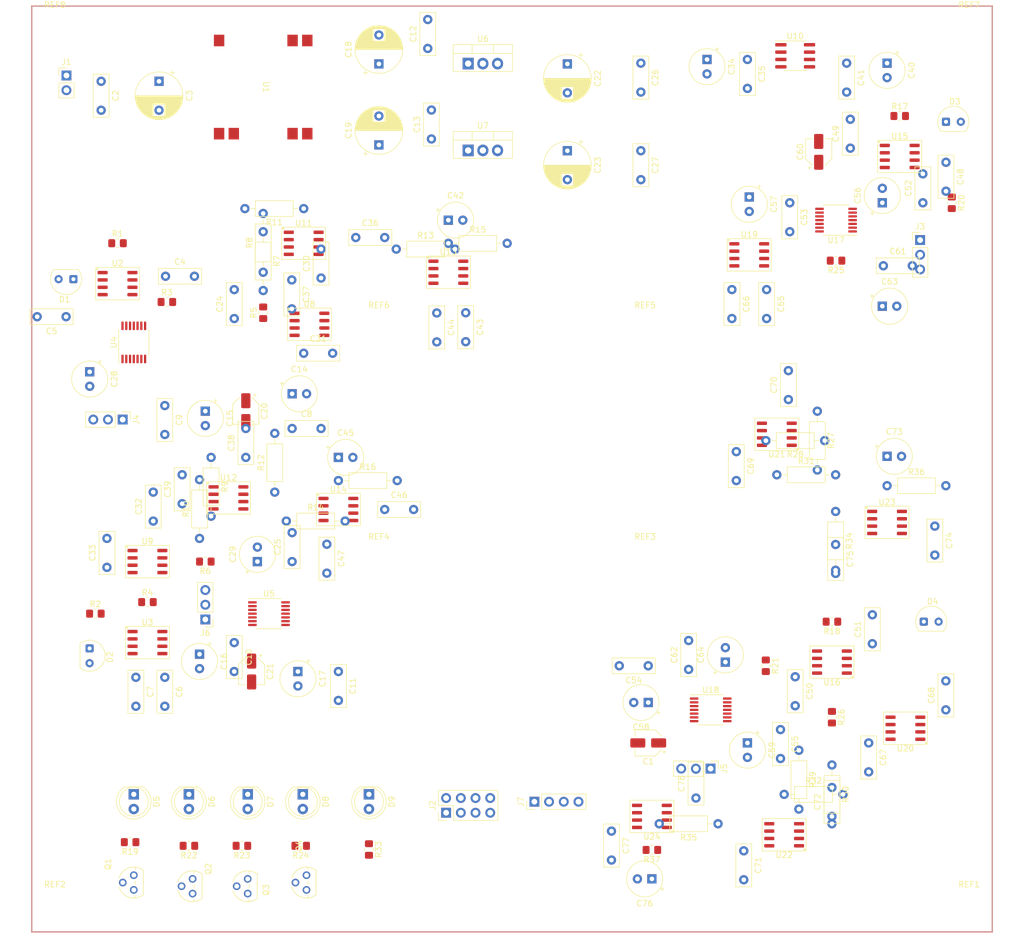
<source format=kicad_pcb>
(kicad_pcb (version 20211014) (generator pcbnew)
  (layers (0 "F.Cu" signal) (31 "B.Cu" signal) (34 "B.Paste" user) (35 "F.Paste" user) (36 "B.SilkS" user "B.Silkscreen") (37 "F.SilkS" user "F.Silkscreen") (38 "B.Mask" user) (39 "F.Mask" user) (44 "Edge.Cuts" user))
  (net 0 "")
  (net 1 "Net-(C1-Pad1)")
  (net 2 "GND")
  (net 3 "+5V")
  (net 4 "+12V")
  (net 5 "-12V")
  (net 6 "+15V")
  (net 7 "-15V")
  (net 8 "Net-(C20-Pad1)")
  (net 9 "Net-(C21-Pad1)")
  (net 10 "+10V")
  (net 11 "Net-(C42-Pad1)")
  (net 12 "V2")
  (net 13 "Net-(C45-Pad1)")
  (net 14 "V4")
  (net 15 "Net-(C60-Pad1)")
  (net 16 "Net-(C73-Pad1)")
  (net 17 "V1")
  (net 18 "Net-(C76-Pad1)")
  (net 19 "V3")
  (net 20 "Net-(D1-Pad1)")
  (net 21 "Net-(D2-Pad1)")
  (net 22 "Net-(D3-Pad1)")
  (net 23 "Net-(D4-Pad1)")
  (net 24 "Net-(D5-Pad2)")
  (net 25 "Net-(D6-Pad2)")
  (net 26 "Net-(D7-Pad2)")
  (net 27 "Net-(D8-Pad2)")
  (net 28 "Net-(D9-Pad2)")
  (net 29 "SDI")
  (net 30 "SDO")
  (net 31 "CLK")
  (net 32 "CS1{slash}")
  (net 33 "CS2{slash}")
  (net 34 "CS3{slash}")
  (net 35 "CS4{slash}")
  (net 37 "RL1")
  (net 38 "RW1")
  (net 39 "RH1")
  (net 40 "RL2")
  (net 41 "RW2")
  (net 42 "RH2")
  (net 43 "RL3")
  (net 44 "RW3")
  (net 45 "RH3")
  (net 46 "RL4")
  (net 47 "RW4")
  (net 48 "RH4")
  (net 49 "Net-(Q1-Pad2)")
  (net 50 "Net-(Q2-Pad2)")
  (net 51 "Net-(Q3-Pad2)")
  (net 52 "Net-(Q4-Pad2)")
  (net 53 "Net-(R1-Pad2)")
  (net 54 "Net-(R2-Pad2)")
  (net 55 "Net-(R5-Pad2)")
  (net 56 "Net-(R10-Pad1)")
  (net 57 "Net-(R11-Pad2)")
  (net 58 "Net-(R10-Pad2)")
  (net 59 "Net-(R11-Pad1)")
  (net 60 "Net-(R12-Pad1)")
  (net 61 "Net-(R17-Pad2)")
  (net 62 "Net-(R18-Pad2)")
  (net 63 "Net-(R25-Pad2)")
  (net 64 "Net-(R26-Pad2)")
  (net 65 "Net-(R27-Pad2)")
  (net 66 "Net-(R29-Pad2)")
  (net 67 "Net-(R31-Pad1)")
  (net 68 "Net-(R32-Pad1)")
  (footprint "Package_SO_AKL:SO-8_3.9x4.9mm_P1.27mm" (layer "F.Cu") (at 71 108)
    (fp_text reference "U8" (at 0 -3.5) (layer "F.SilkS"))
    (fp_text value "OPA602AU" hide)
    (pad "1" smd roundrect (at -2.575 -1.905) (size 1.75 0.6) (layers "F.Cu" "F.Paste" "F.Mask"))
    (pad "2" smd roundrect (at -2.575 -0.635) (size 1.75 0.6) (layers "F.Cu" "F.Paste" "F.Mask") (net 41 "RW2"))
    (pad "3" smd roundrect (at -2.575 0.635) (size 1.75 0.6) (layers "F.Cu" "F.Paste" "F.Mask") (net 2 "GND"))
    (pad "4" smd roundrect (at -2.575 1.905) (size 1.75 0.6) (layers "F.Cu" "F.Paste" "F.Mask") (net 5 "-12V"))
    (pad "5" smd roundrect (at 2.575 1.905) (size 1.75 0.6) (layers "F.Cu" "F.Paste" "F.Mask"))
    (pad "6" smd roundrect (at 2.575 0.635) (size 1.75 0.6) (layers "F.Cu" "F.Paste" "F.Mask") (net 55 "Net-(R5-Pad2)"))
    (pad "7" smd roundrect (at 2.575 -0.635) (size 1.75 0.6) (layers "F.Cu" "F.Paste" "F.Mask") (net 4 "+12V"))
    (pad "8" smd roundrect (at 2.575 -1.905) (size 1.75 0.6) (layers "F.Cu" "F.Paste" "F.Mask"))
  )
  (footprint "MountingHole:MountingHole_3.2mm_M3" (layer "F.Cu") (at 185 209)
    (fp_text reference "REF1" (at 0 -4.2) (layer "F.SilkS"))
    (fp_text value "MountingHole_3.2mm_M3")
    (pad "" np_thru_hole circle (at 0 0) (size 3.2 3.2) (drill 3.2) (layers F&B.Cu *.Mask))
  )
  (footprint "Capacitor_THT:CP_Radial_Tantal_D6.0mm_P2.50mm" (layer "F.Cu") (at 142.875 166.37 90)
    (fp_text reference "C64" (at 1.25 -4.25 90) (layer "F.SilkS"))
    (fp_text value "10u")
    (pad "1" thru_hole rect (at 0 0 90) (size 1.6 1.6) (drill 0.8) (layers *.Cu *.Mask) (net 5 "-12V"))
    (pad "2" thru_hole circle (at 2.5 0 90) (size 1.6 1.6) (drill 0.8) (layers *.Cu *.Mask) (net 2 "GND"))
  )
  (footprint "Resistor_THT:R_Axial_DIN0207_L6.3mm_D2.5mm_P10.16mm_Horizontal" (layer "F.Cu") (at 151.765 134)
    (fp_text reference "R31" (at 5.08 -2.37) (layer "F.SilkS"))
    (fp_text value "10k")
    (pad "1" thru_hole circle (at 0 0) (size 1.6 1.6) (drill 0.8) (layers *.Cu *.Mask) (net 67 "Net-(R31-Pad1)"))
    (pad "2" thru_hole oval (at 10.16 0) (size 1.6 1.6) (drill 0.8) (layers *.Cu *.Mask) (net 65 "Net-(R27-Pad2)"))
  )
  (footprint "Capacitor_THT:CP_Radial_Tantal_D6.0mm_P2.50mm" (layer "F.Cu") (at 68 120)
    (fp_text reference "C14" (at 1.25 -4.25) (layer "F.SilkS"))
    (fp_text value "10u")
    (pad "1" thru_hole rect (at 0 0) (size 1.6 1.6) (drill 0.8) (layers *.Cu *.Mask) (net 4 "+12V"))
    (pad "2" thru_hole circle (at 2.5 0) (size 1.6 1.6) (drill 0.8) (layers *.Cu *.Mask) (net 2 "GND"))
  )
  (footprint "Resistor_THT:R_Axial_DIN0207_L6.3mm_D2.5mm_P10.16mm_Horizontal" (layer "F.Cu") (at 54 131 -90)
    (fp_text reference "R9" (at 5.08 -2.37 -90) (layer "F.SilkS"))
    (fp_text value "10k")
    (pad "1" thru_hole circle (at 0 0 270) (size 1.6 1.6) (drill 0.8) (layers *.Cu *.Mask) (net 10 "+10V"))
    (pad "2" thru_hole oval (at 10.16 0 270) (size 1.6 1.6) (drill 0.8) (layers *.Cu *.Mask) (net 58 "Net-(R10-Pad2)"))
  )
  (footprint "Capacitor_THT:C_Rect_L7.2mm_W2.5mm_P5.00mm_FKS2_FKP2_MKS2_MKP2" (layer "F.Cu") (at 79 93)
    (fp_text reference "C36" (at 2.5 -2.5) (layer "F.SilkS"))
    (fp_text value "100n")
    (pad "1" thru_hole circle (at 0 0) (size 1.6 1.6) (drill 0.8) (layers *.Cu *.Mask) (net 4 "+12V"))
    (pad "2" thru_hole circle (at 5 0) (size 1.6 1.6) (drill 0.8) (layers *.Cu *.Mask) (net 2 "GND"))
  )
  (footprint "Resistor_SMD:R_0805_2012Metric_Pad1.20x1.40mm_HandSolder" (layer "F.Cu") (at 161.29 159.385 180)
    (fp_text reference "R18" (at 0 -1.65) (layer "F.SilkS"))
    (fp_text value "10M")
    (pad "1" smd roundrect (at -1 0 180) (size 1.2 1.4) (layers "F.Cu" "F.Paste" "F.Mask") (roundrect_rratio 0.208333) (net 23 "Net-(D4-Pad1)"))
    (pad "2" smd roundrect (at 1 0 180) (size 1.2 1.4) (layers "F.Cu" "F.Paste" "F.Mask") (roundrect_rratio 0.208333) (net 62 "Net-(R18-Pad2)"))
  )
  (footprint "Package_SO_AKL:SO-8_3.9x4.9mm_P1.27mm" (layer "F.Cu") (at 173 78.995)
    (fp_text reference "U15" (at 0 -3.5) (layer "F.SilkS"))
    (fp_text value "OPA602AU" hide)
    (pad "1" smd roundrect (at -2.575 -1.905) (size 1.75 0.6) (layers "F.Cu" "F.Paste" "F.Mask"))
    (pad "2" smd roundrect (at -2.575 -0.635) (size 1.75 0.6) (layers "F.Cu" "F.Paste" "F.Mask") (net 22 "Net-(D3-Pad1)"))
    (pad "3" smd roundrect (at -2.575 0.635) (size 1.75 0.6) (layers "F.Cu" "F.Paste" "F.Mask") (net 2 "GND"))
    (pad "4" smd roundrect (at -2.575 1.905) (size 1.75 0.6) (layers "F.Cu" "F.Paste" "F.Mask") (net 5 "-12V"))
    (pad "5" smd roundrect (at 2.575 1.905) (size 1.75 0.6) (layers "F.Cu" "F.Paste" "F.Mask"))
    (pad "6" smd roundrect (at 2.575 0.635) (size 1.75 0.6) (layers "F.Cu" "F.Paste" "F.Mask") (net 61 "Net-(R17-Pad2)"))
    (pad "7" smd roundrect (at 2.575 -0.635) (size 1.75 0.6) (layers "F.Cu" "F.Paste" "F.Mask") (net 4 "+12V"))
    (pad "8" smd roundrect (at 2.575 -1.905) (size 1.75 0.6) (layers "F.Cu" "F.Paste" "F.Mask"))
  )
  (footprint "MountingHole:MountingHole_3.2mm_M3" (layer "F.Cu") (at 27 209)
    (fp_text reference "REF2" (at 0 -4.2) (layer "F.SilkS"))
    (fp_text value "MountingHole_3.2mm_M3")
    (pad "" np_thru_hole circle (at 0 0) (size 3.2 3.2) (drill 3.2) (layers *.Cu *.Mask))
  )
  (footprint "LED_THT:LED_D5.0mm" (layer "F.Cu") (at 69.85 189.225 -90)
    (fp_text reference "D8" (at 1.27 -3.96 -270) (layer "F.SilkS"))
    (fp_text value "LED")
    (pad "1" thru_hole rect (at 0 0 270) (size 1.8 1.8) (drill 0.9) (layers *.Cu *.Mask) (net 2 "GND"))
    (pad "2" thru_hole circle (at 2.54 0 270) (size 1.8 1.8) (drill 0.9) (layers *.Cu *.Mask) (net 27 "Net-(D8-Pad2)"))
  )
  (footprint "OptoDevice:Osram_SFH205" (layer "F.Cu") (at 177.165 159.385)
    (fp_text reference "D4" (at 1.52 -3.5) (layer "F.SilkS"))
    (fp_text value "D_Photo")
    (pad "1" thru_hole roundrect (at 0 0) (size 1.4 1.4) (drill 0.7) (layers *.Cu *.Mask) (roundrect_rratio 0.178) (net 23 "Net-(D4-Pad1)"))
    (pad "2" thru_hole circle (at 2.56 0) (size 1.4 1.4) (drill 0.7) (layers *.Cu *.Mask) (net 2 "GND"))
  )
  (footprint "Package_TO_SOT_THT:TO-220-3_Vertical" (layer "F.Cu") (at 98.425 62.945)
    (fp_text reference "U6" (at 2.54 -4.27) (layer "F.SilkS"))
    (fp_text value "L7812")
    (pad "1" thru_hole rect (at 0 0) (size 1.905 2) (drill 1.1) (layers *.Cu *.Mask) (net 6 "+15V"))
    (pad "2" thru_hole oval (at 2.54 0) (size 1.905 2) (drill 1.1) (layers *.Cu *.Mask) (net 2 "GND"))
    (pad "3" thru_hole oval (at 5.08 0) (size 1.905 2) (drill 1.1) (layers *.Cu *.Mask) (net 4 "+12V"))
  )
  (footprint "Package_SO_AKL:SO-8_3.9x4.9mm_P1.27mm" (layer "F.Cu") (at 130.175 193.04 180)
    (fp_text reference "U24" (at 0 -3.5) (layer "F.SilkS"))
    (fp_text value "OPA602AU" hide)
    (pad "1" smd roundrect (at -2.575 -1.905 180) (size 1.75 0.6) (layers "F.Cu" "F.Paste" "F.Mask"))
    (pad "2" smd roundrect (at -2.575 -0.635 180) (size 1.75 0.6) (layers "F.Cu" "F.Paste" "F.Mask") (net 18 "Net-(C76-Pad1)"))
    (pad "3" smd roundrect (at -2.575 0.635 180) (size 1.75 0.6) (layers "F.Cu" "F.Paste" "F.Mask") (net 2 "GND"))
    (pad "4" smd roundrect (at -2.575 1.905 180) (size 1.75 0.6) (layers "F.Cu" "F.Paste" "F.Mask") (net 5 "-12V"))
    (pad "5" smd roundrect (at 2.575 1.905 180) (size 1.75 0.6) (layers "F.Cu" "F.Paste" "F.Mask"))
    (pad "6" smd roundrect (at 2.575 0.635 180) (size 1.75 0.6) (layers "F.Cu" "F.Paste" "F.Mask") (net 19 "V3"))
    (pad "7" smd roundrect (at 2.575 -0.635 180) (size 1.75 0.6) (layers "F.Cu" "F.Paste" "F.Mask") (net 4 "+12V"))
    (pad "8" smd roundrect (at 2.575 -1.905 180) (size 1.75 0.6) (layers "F.Cu" "F.Paste" "F.Mask"))
  )
  (footprint "Capacitor_THT:C_Rect_L7.2mm_W2.5mm_P5.00mm_FKS2_FKP2_MKS2_MKP2" (layer "F.Cu") (at 28.94 106.68 180)
    (fp_text reference "C5" (at 2.5 -2.5 180) (layer "F.SilkS"))
    (fp_text value "100n")
    (pad "1" thru_hole circle (at 0 0 180) (size 1.6 1.6) (drill 0.8) (layers *.Cu *.Mask) (net 5 "-12V"))
    (pad "2" thru_hole circle (at 5 0 180) (size 1.6 1.6) (drill 0.8) (layers *.Cu *.Mask) (net 2 "GND"))
  )
  (footprint "Capacitor_THT:C_Rect_L7.2mm_W2.5mm_P5.00mm_FKS2_FKP2_MKS2_MKP2" (layer "F.Cu") (at 91.44 60.325 90)
    (fp_text reference "C12" (at 2.5 -2.5 90) (layer "F.SilkS"))
    (fp_text value "100n")
    (pad "1" thru_hole circle (at 0 0 90) (size 1.6 1.6) (drill 0.8) (layers *.Cu *.Mask) (net 6 "+15V"))
    (pad "2" thru_hole circle (at 5 0 90) (size 1.6 1.6) (drill 0.8) (layers *.Cu *.Mask) (net 2 "GND"))
  )
  (footprint "Connector_PinHeader_2.54mm:PinHeader_1x03_P2.54mm_Vertical" (layer "F.Cu") (at 38.72 124.46 -90)
    (fp_text reference "J4" (at 0 -2.33 90) (layer "F.SilkS"))
    (fp_text value "Conn_01x03_Male")
    (pad "1" thru_hole rect (at 0 0 270) (size 1.7 1.7) (drill 1) (layers *.Cu *.Mask) (net 40 "RL2"))
    (pad "2" thru_hole oval (at 0 2.54 270) (size 1.7 1.7) (drill 1) (layers *.Cu *.Mask) (net 41 "RW2"))
    (pad "3" thru_hole oval (at 0 5.08 270) (size 1.7 1.7) (drill 1) (layers *.Cu *.Mask) (net 42 "RH2"))
  )
  (footprint "Resistor_THT:R_Axial_DIN0207_L6.3mm_D2.5mm_P10.16mm_Horizontal" (layer "F.Cu") (at 76 135)
    (fp_text reference "R16" (at 5.08 -2.37) (layer "F.SilkS"))
    (fp_text value "10k")
    (pad "1" thru_hole circle (at 0 0) (size 1.6 1.6) (drill 0.8) (layers *.Cu *.Mask) (net 13 "Net-(C45-Pad1)"))
    (pad "2" thru_hole oval (at 10.16 0) (size 1.6 1.6) (drill 0.8) (layers *.Cu *.Mask) (net 14 "V4"))
  )
  (footprint "MountingHole:MountingHole_5.3mm_M5" (layer "F.Cu") (at 83 111)
    (fp_text reference "REF6" (at 0 -6.3) (layer "F.SilkS"))
    (fp_text value "MountingHole_5.3mm_M5")
    (pad "" np_thru_hole circle (at 0 0) (size 5.3 5.3) (drill 5.3) (layers *.Cu *.Mask))
  )
  (footprint "Resistor_SMD:R_0805_2012Metric_Pad1.20x1.40mm_HandSolder" (layer "F.Cu") (at 161.29 175.895 -90)
    (fp_text reference "R26" (at 0 -1.65 -270) (layer "F.SilkS"))
    (fp_text value "1k")
    (pad "1" smd roundrect (at -1 0 270) (size 1.2 1.4) (layers "F.Cu" "F.Paste" "F.Mask") (roundrect_rratio 0.208333) (net 43 "RL3"))
    (pad "2" smd roundrect (at 1 0 270) (size 1.2 1.4) (layers "F.Cu" "F.Paste" "F.Mask") (roundrect_rratio 0.208333) (net 64 "Net-(R26-Pad2)"))
  )
  (footprint "Resistor_THT:R_Axial_DIN0207_L6.3mm_D2.5mm_P10.16mm_Horizontal" (layer "F.Cu") (at 161.925 140.335 -90)
    (fp_text reference "R34" (at 5.08 -2.37 -90) (layer "F.SilkS"))
    (fp_text value "10k")
    (pad "1" thru_hole circle (at 0 0 270) (size 1.6 1.6) (drill 0.8) (layers *.Cu *.Mask) (net 67 "Net-(R31-Pad1)"))
    (pad "2" thru_hole oval (at 10.16 0 270) (size 1.6 1.6) (drill 0.8) (layers *.Cu *.Mask) (net 16 "Net-(C73-Pad1)"))
  )
  (footprint "Capacitor_THT:C_Rect_L7.2mm_W2.5mm_P5.00mm_FKS2_FKP2_MKS2_MKP2" (layer "F.Cu") (at 44 142 90)
    (fp_text reference "C32" (at 2.5 -2.5 90) (layer "F.SilkS"))
    (fp_text value "100n")
    (pad "1" thru_hole circle (at 0 0 90) (size 1.6 1.6) (drill 0.8) (layers *.Cu *.Mask) (net 4 "+12V"))
    (pad "2" thru_hole circle (at 5 0 90) (size 1.6 1.6) (drill 0.8) (layers *.Cu *.Mask) (net 2 "GND"))
  )
  (footprint "Resistor_THT:R_Axial_DIN0207_L6.3mm_D2.5mm_P10.16mm_Horizontal" (layer "F.Cu") (at 141.605 194.31 180)
    (fp_text reference "R35" (at 5.08 -2.37 180) (layer "F.SilkS"))
    (fp_text value "10k")
    (pad "1" thru_hole circle (at 0 0 180) (size 1.6 1.6) (drill 0.8) (layers *.Cu *.Mask) (net 68 "Net-(R32-Pad1)"))
    (pad "2" thru_hole oval (at 10.16 0 180) (size 1.6 1.6) (drill 0.8) (layers *.Cu *.Mask) (net 18 "Net-(C76-Pad1)"))
  )
  (footprint "Capacitor_THT:C_Rect_L7.2mm_W2.5mm_P5.00mm_FKS2_FKP2_MKS2_MKP2" (layer "F.Cu") (at 167.64 180.34 -90)
    (fp_text reference "C67" (at 2.5 -2.5 -90) (layer "F.SilkS"))
    (fp_text value "100n")
    (pad "1" thru_hole circle (at 0 0 270) (size 1.6 1.6) (drill 0.8) (layers *.Cu *.Mask) (net 4 "+12V"))
    (pad "2" thru_hole circle (at 5 0 270) (size 1.6 1.6) (drill 0.8) (layers *.Cu *.Mask) (net 2 "GND"))
  )
  (footprint "Capacitor_THT:CP_Radial_D8.0mm_P5.00mm" (layer "F.Cu") (at 45 66 -90)
    (fp_text reference "C3" (at 2.5 -5.25 -90) (layer "F.SilkS"))
    (fp_text value "100u")
    (pad "1" thru_hole rect (at 0 0 270) (size 1.6 1.6) (drill 0.8) (layers *.Cu *.Mask) (net 3 "+5V"))
    (pad "2" thru_hole circle (at 5 0 270) (size 1.6 1.6) (drill 0.8) (layers *.Cu *.Mask) (net 2 "GND"))
  )
  (footprint "Capacitor_SMD:CP_Elec_4x5.8" (layer "F.Cu") (at 129.54 180.34 180)
    (fp_text reference "C1" (at 0 -3.2) (layer "F.SilkS"))
    (fp_text value "1u")
    (pad "1" smd roundrect (at -1.8 0 180) (size 2.6 1.6) (layers "F.Cu" "F.Paste" "F.Mask") (roundrect_rratio 0.15625) (net 1 "Net-(C1-Pad1)"))
    (pad "2" smd roundrect (at 1.8 0 180) (size 2.6 1.6) (layers "F.Cu" "F.Paste" "F.Mask") (roundrect_rratio 0.15625) (net 2 "GND"))
  )
  (footprint "Capacitor_THT:C_Rect_L7.2mm_W2.5mm_P5.00mm_FKS2_FKP2_MKS2_MKP2" (layer "F.Cu") (at 163.83 62.865 -90)
    (fp_text reference "C41" (at 2.5 -2.5 -90) (layer "F.SilkS"))
    (fp_text value "100n")
    (pad "1" thru_hole circle (at 0 0 270) (size 1.6 1.6) (drill 0.8) (layers *.Cu *.Mask) (net 10 "+10V"))
    (pad "2" thru_hole circle (at 5 0 270) (size 1.6 1.6) (drill 0.8) (layers *.Cu *.Mask) (net 2 "GND"))
  )
  (footprint "Connector_PinHeader_2.54mm:PinHeader_1x04_P2.54mm_Vertical" (layer "F.Cu") (at 109.865 190.5 90)
    (fp_text reference "J7" (at 0 -2.33 90) (layer "F.SilkS"))
    (fp_text value "Conn_01x04_Male")
    (pad "1" thru_hole rect (at 0 0 90) (size 1.7 1.7) (drill 1) (layers *.Cu *.Mask) (net 14 "V4"))
    (pad "2" thru_hole oval (at 0 2.54 90) (size 1.7 1.7) (drill 1) (layers *.Cu *.Mask) (net 19 "V3"))
    (pad "3" thru_hole oval (at 0 5.08 90) (size 1.7 1.7) (drill 1) (layers *.Cu *.Mask) (net 12 "V2"))
    (pad "4" thru_hole oval (at 0 7.62 90) (size 1.7 1.7) (drill 1) (layers *.Cu *.Mask) (net 17 "V1"))
  )
  (footprint "Capacitor_THT:C_Rect_L7.2mm_W2.5mm_P5.00mm_FKS2_FKP2_MKS2_MKP2" (layer "F.Cu") (at 154 86.995 -90)
    (fp_text reference "C53" (at 2.5 -2.5 -90) (layer "F.SilkS"))
    (fp_text value "100n")
    (pad "1" thru_hole circle (at 0 0 270) (size 1.6 1.6) (drill 0.8) (layers *.Cu *.Mask) (net 3 "+5V"))
    (pad "2" thru_hole circle (at 5 0 270) (size 1.6 1.6) (drill 0.8) (layers *.Cu *.Mask) (net 2 "GND"))
  )
  (footprint "Resistor_THT:R_Axial_DIN0207_L6.3mm_D2.5mm_P10.16mm_Horizontal" (layer "F.Cu") (at 160.035 128.095 180)
    (fp_text reference "R28" (at 5.08 -2.37 180) (layer "F.SilkS"))
    (fp_text value "10k")
    (pad "1" thru_hole circle (at 0 0 180) (size 1.6 1.6) (drill 0.8) (layers *.Cu *.Mask) (net 63 "Net-(R25-Pad2)"))
    (pad "2" thru_hole oval (at 10.16 0 180) (size 1.6 1.6) (drill 0.8) (layers *.Cu *.Mask) (net 65 "Net-(R27-Pad2)"))
  )
  (footprint "Resistor_THT:R_Axial_DIN0207_L6.3mm_D2.5mm_P10.16mm_Horizontal" (layer "F.Cu") (at 63 99 90)
    (fp_text reference "R8" (at 5.08 -2.37 90) (layer "F.SilkS"))
    (fp_text value "10k")
    (pad "1" thru_hole circle (at 0 0 90) (size 1.6 1.6) (drill 0.8) (layers *.Cu *.Mask) (net 55 "Net-(R5-Pad2)"))
    (pad "2" thru_hole oval (at 10.16 0 90) (size 1.6 1.6) (drill 0.8) (layers *.Cu *.Mask) (net 57 "Net-(R11-Pad2)"))
  )
  (footprint "Package_SO:TSSOP-14_4.4x5mm_P0.65mm" (layer "F.Cu") (at 64 158)
    (fp_text reference "U5" (at 0 -3.45) (layer "F.SilkS"))
    (fp_text value "AD5293")
    (pad "1" smd roundrect (at -2.8625 -1.95) (size 1.475 0.4) (layers "F.Cu" "F.Paste" "F.Mask") (net 3 "+5V"))
    (pad "2" smd roundrect (at -2.8625 -1.3) (size 1.475 0.4) (layers "F.Cu" "F.Paste" "F.Mask") (net 5 "-12V"))
    (pad "3" smd roundrect (at -2.8625 -0.65) (size 1.475 0.4) (layers "F.Cu" "F.Paste" "F.Mask") (net 48 "RH4"))
    (pad "4" smd roundrect (at -2.8625 0) (size 1.475 0.4) (layers "F.Cu" "F.Paste" "F.Mask") (net 47 "RW4"))
    (pad "5" smd roundrect (at -2.8625 0.65) (size 1.475 0.4) (layers "F.Cu" "F.Paste" "F.Mask") (net 46 "RL4"))
    (pad "6" smd roundrect (at -2.8625 1.3) (size 1.475 0.4) (layers "F.Cu" "F.Paste" "F.Mask") (net 4 "+12V"))
    (pad "7" smd roundrect (at -2.8625 1.95) (size 1.475 0.4) (layers "F.Cu" "F.Paste" "F.Mask") (net 9 "Net-(C21-Pad1)"))
    (pad "8" smd roundrect (at 2.8625 1.95) (size 1.475 0.4) (layers "F.Cu" "F.Paste" "F.Mask") (net 3 "+5V"))
    (pad "9" smd roundrect (at 2.8625 1.3) (size 1.475 0.4) (layers "F.Cu" "F.Paste" "F.Mask") (net 2 "GND"))
    (pad "10" smd roundrect (at 2.8625 0.65) (size 1.475 0.4) (layers "F.Cu" "F.Paste" "F.Mask") (net 29 "SDI"))
    (pad "11" smd roundrect (at 2.8625 0) (size 1.475 0.4) (layers "F.Cu" "F.Paste" "F.Mask") (net 31 "CLK"))
    (pad "12" smd roundrect (at 2.8625 -0.65) (size 1.475 0.4) (layers "F.Cu" "F.Paste" "F.Mask") (net 33 "CS2{slash}"))
    (pad "13" smd roundrect (at 2.8625 -1.3) (size 1.475 0.4) (layers "F.Cu" "F.Paste" "F.Mask") (net 30 "SDO"))
    (pad "14" smd roundrect (at 2.8625 -1.95) (size 1.475 0.4) (layers "F.Cu" "F.Paste" "F.Mask"))
  )
  (footprint "J111:TO92" (layer "F.Cu") (at 39.37 204.47 90)
    (fp_text reference "Q1" (at 3.175 -3.175 90) (layer "F.SilkS"))
    (fp_text value "J111")
    (pad "1" thru_hole circle locked (at 1.27 1.27 90) (size 1.3208 1.3208) (drill 0.8128) (layers *.Cu *.Mask) (net 24 "Net-(D5-Pad2)"))
    (pad "2" thru_hole circle locked (at 0 -0.635 90) (size 1.3208 1.3208) (drill 0.8128) (layers *.Cu *.Mask) (net 49 "Net-(Q1-Pad2)"))
    (pad "3" thru_hole circle locked (at -1.27 1.27 90) (size 1.3208 1.3208) (drill 0.8128) (layers *.Cu *.Mask) (net 3 "+5V"))
  )
  (footprint "traco:TDR_3SM" (layer "F.Cu") (at 63 67 -90)
    (fp_text reference "U1" (at 0 -0.5 -90 unlocked) (layer "F.SilkS"))
    (fp_text value "TDR_3-0523SM")
    (pad "1" smd rect (at 8.05 7.62 270) (size 2 1.8) (layers "F.Cu" "F.Paste" "F.Mask") (net 2 "GND"))
    (pad "2" smd rect (at 8.05 5.08 270) (size 2 1.8) (layers "F.Cu" "F.Paste" "F.Mask"))
    (pad "6" smd rect (at 8.05 -5.08 270) (size 2 1.8) (layers "F.Cu" "F.Paste" "F.Mask"))
    (pad "7" smd rect (at 8.05 -7.62 270) (size 2 1.8) (layers "F.Cu" "F.Paste" "F.Mask") (net 7 "-15V"))
    (pad "8" smd rect (at -8.05 -7.62 270) (size 2 1.8) (layers "F.Cu" "F.Paste" "F.Mask") (net 6 "+15V"))
    (pad "9" smd rect (at -8.05 -5.08 270) (size 2 1.8) (layers "F.Cu" "F.Paste" "F.Mask"))
    (pad "14" smd rect (at -8.05 7.62 270) (size 2 1.8) (layers "F.Cu" "F.Paste" "F.Mask") (net 3 "+5V"))
  )
  (footprint "Capacitor_THT:C_Rect_L7.2mm_W2.5mm_P5.00mm_FKS2_FKP2_MKS2_MKP2" (layer "F.Cu") (at 46.1225 99.695)
    (fp_text reference "C4" (at 2.5 -2.5) (layer "F.SilkS"))
    (fp_text value "100n")
    (pad "1" thru_hole circle (at 0 0) (size 1.6 1.6) (drill 0.8) (layers *.Cu *.Mask) (net 4 "+12V"))
    (pad "2" thru_hole circle (at 5 0) (size 1.6 1.6) (drill 0.8) (layers *.Cu *.Mask) (net 2 "GND"))
  )
  (footprint "Resistor_SMD:R_0805_2012Metric_Pad1.20x1.40mm_HandSolder" (layer "F.Cu") (at 130.175 198.835 180)
    (fp_text reference "R37" (at 0 -1.65) (layer "F.SilkS"))
    (fp_text value "R")
    (pad "1" smd roundrect (at -1 0 180) (size 1.2 1.4) (layers "F.Cu" "F.Paste" "F.Mask") (roundrect_rratio 0.208333) (net 18 "Net-(C76-Pad1)"))
    (pad "2" smd roundrect (at 1 0 180) (size 1.2 1.4) (layers "F.Cu" "F.Paste" "F.Mask") (roundrect_rratio 0.208333) (net 19 "V3"))
  )
  (footprint "Capacitor_THT:CP_Radial_Tantal_D6.0mm_P2.50mm" (layer "F.Cu") (at 69 168 -90)
    (fp_text reference "C17" (at 1.25 -4.25 -90) (layer "F.SilkS"))
    (fp_text value "10u")
    (pad "1" thru_hole rect (at 0 0 270) (size 1.6 1.6) (drill 0.8) (layers *.Cu *.Mask) (net 3 "+5V"))
    (pad "2" thru_hole circle (at 2.5 0 270) (size 1.6 1.6) (drill 0.8) (layers *.Cu *.Mask) (net 2 "GND"))
  )
  (footprint "Capacitor_THT:CP_Radial_Tantal_D6.0mm_P2.50mm" (layer "F.Cu") (at 170.815 62.865 -90)
    (fp_text reference "C40" (at 1.25 -4.25 -90) (layer "F.SilkS"))
    (fp_text value "10u")
    (pad "1" thru_hole rect (at 0 0 270) (size 1.6 1.6) (drill 0.8) (layers *.Cu *.Mask) (net 10 "+10V"))
    (pad "2" thru_hole circle (at 2.5 0 270) (size 1.6 1.6) (drill 0.8) (layers *.Cu *.Mask) (net 2 "GND"))
  )
  (footprint "Package_SO:TSSOP-14_4.4x5mm_P0.65mm" (layer "F.Cu") (at 140.335 174.625)
    (fp_text reference "U18" (at 0 -3.45) (layer "F.SilkS"))
    (fp_text value "AD5293")
    (pad "1" smd roundrect (at -2.8625 -1.95) (size 1.475 0.4) (layers "F.Cu" "F.Paste" "F.Mask") (net 3 "+5V"))
    (pad "2" smd roundrect (at -2.8625 -1.3) (size 1.475 0.4) (layers "F.Cu" "F.Paste" "F.Mask") (net 5 "-12V"))
    (pad "3" smd roundrect (at -2.8625 -0.65) (size 1.475 0.4) (layers "F.Cu" "F.Paste" "F.Mask") (net 45 "RH3"))
    (pad "4" smd roundrect (at -2.8625 0) (size 1.475 0.4) (layers "F.Cu" "F.Paste" "F.Mask") (net 44 "RW3"))
    (pad "5" smd roundrect (at -2.8625 0.65) (size 1.475 0.4) (layers "F.Cu" "F.Paste" "F.Mask") (net 43 "RL3"))
    (pad "6" smd roundrect (at -2.8625 1.3) (size 1.475 0.4) (layers "F.Cu" "F.Paste" "F.Mask") (net 4 "+12V"))
    (pad "7" smd roundrect (at -2.8625 1.95) (size 1.475 0.4) (layers "F.Cu" "F.Paste" "F.Mask") (net 1 "Net-(C1-Pad1)"))
    (pad "8" smd roundrect (at 2.8625 1.95) (size 1.475 0.4) (layers "F.Cu" "F.Paste" "F.Mask") (net 3 "+5V"))
    (pad "9" smd roundrect (at 2.8625 1.3) (size 1.475 0.4) (layers "F.Cu" "F.Paste" "F.Mask") (net 2 "GND"))
    (pad "10" smd roundrect (at 2.8625 0.65) (size 1.475 0.4) (layers "F.Cu" "F.Paste" "F.Mask") (net 29 "SDI"))
    (pad "11" smd roundrect (at 2.8625 0) (size 1.475 0.4) (layers "F.Cu" "F.Paste" "F.Mask") (net 31 "CLK"))
    (pad "12" smd roundrect (at 2.8625 -0.65) (size 1.475 0.4) (layers "F.Cu" "F.Paste" "F.Mask") (net 35 "CS4{slash}"))
    (pad "13" smd roundrect (at 2.8625 -1.3) (size 1.475 0.4) (layers "F.Cu" "F.Paste" "F.Mask") (net 30 "SDO"))
    (pad "14" smd roundrect (at 2.8625 -1.95) (size 1.475 0.4) (layers "F.Cu" "F.Paste" "F.Mask"))
  )
  (footprint "Resistor_SMD:R_0805_2012Metric_Pad1.20x1.40mm_HandSolder" (layer "F.Cu") (at 50.165 198.12 180)
    (fp_text reference "R22" (at 0 -1.65) (layer "F.SilkS"))
    (fp_text value "50")
    (pad "1" smd roundrect (at -1 0 180) (size 1.2 1.4) (layers "F.Cu" "F.Paste" "F.Mask") (roundrect_rratio 0.208333) (net 25 "Net-(D6-Pad2)"))
    (pad "2" smd roundrect (at 1 0 180) (size 1.2 1.4) (layers "F.Cu" "F.Paste" "F.Mask") (roundrect_rratio 0.208333) (net 50 "Net-(Q2-Pad2)"))
  )
  (footprint "Package_SO:SOIC-8_3.9x4.9mm_P1.27mm" (layer "F.Cu") (at 154.94 61.595)
    (fp_text reference "U10" (at 0 -3.4) (layer "F.SilkS"))
    (fp_text value "ADR01")
    (pad "1" smd roundrect (at -2.475 -1.905) (size 1.95 0.6) (layers "F.Cu" "F.Paste" "F.Mask"))
    (pad "2" smd roundrect (at -2.475 -0.635) (size 1.95 0.6) (layers "F.Cu" "F.Paste" "F.Mask") (net 4 "+12V"))
    (pad "3" smd roundrect (at -2.475 0.635) (size 1.95 0.6) (layers "F.Cu" "F.Paste" "F.Mask"))
    (pad "4" smd roundrect (at -2.475 1.905) (size 1.95 0.6) (layers "F.Cu" "F.Paste" "F.Mask") (net 2 "GND"))
    (pad "5" smd roundrect (at 2.475 1.905) (size 1.95 0.6) (layers "F.Cu" "F.Paste" "F.Mask"))
    (pad "6" smd roundrect (at 2.475 0.635) (size 1.95 0.6) (layers "F.Cu" "F.Paste" "F.Mask") (net 10 "+10V"))
    (pad "7" smd roundrect (at 2.475 -0.635) (size 1.95 0.6) (layers "F.Cu" "F.Paste" "F.Mask"))
    (pad "8" smd roundrect (at 2.475 -1.905) (size 1.95 0.6) (layers "F.Cu" "F.Paste" "F.Mask"))
  )
  (footprint "Capacitor_THT:CP_Radial_D8.0mm_P5.00mm" (layer "F.Cu") (at 83 77 90)
    (fp_text reference "C19" (at 2.5 -5.25 90) (layer "F.SilkS"))
    (fp_text value "100u")
    (pad "1" thru_hole rect (at 0 0 90) (size 1.6 1.6) (drill 0.8) (layers *.Cu *.Mask) (net 2 "GND"))
    (pad "2" thru_hole circle (at 5 0 90) (size 1.6 1.6) (drill 0.8) (layers *.Cu *.Mask) (net 7 "-15V"))
  )
  (footprint "Resistor_SMD:R_0805_2012Metric_Pad1.20x1.40mm_HandSolder" (layer "F.Cu") (at 173 71.995)
    (fp_text reference "R17" (at 0 -1.65) (layer "F.SilkS"))
    (fp_text value "10M")
    (pad "1" smd roundrect (at -1 0) (size 1.2 1.4) (layers "F.Cu" "F.Paste" "F.Mask") (roundrect_rratio 0.208333) (net 22 "Net-(D3-Pad1)"))
    (pad "2" smd roundrect (at 1 0) (size 1.2 1.4) (layers "F.Cu" "F.Paste" "F.Mask") (roundrect_rratio 0.208333) (net 61 "Net-(R17-Pad2)"))
  )
  (footprint "Capacitor_THT:C_Rect_L7.2mm_W2.5mm_P5.00mm_FKS2_FKP2_MKS2_MKP2" (layer "F.Cu") (at 177 86.995 90)
    (fp_text reference "C52" (at 2.5 -2.5 90) (layer "F.SilkS"))
    (fp_text value "100n")
    (pad "1" thru_hole circle (at 0 0 90) (size 1.6 1.6) (drill 0.8) (layers *.Cu *.Mask) (net 4 "+12V"))
    (pad "2" thru_hole circle (at 5 0 90) (size 1.6 1.6) (drill 0.8) (layers *.Cu *.Mask) (net 2 "GND"))
  )
  (footprint "Capacitor_THT:CP_Radial_Tantal_D6.0mm_P2.50mm" (layer "F.Cu") (at 95 90)
    (fp_text reference "C42" (at 1.25 -4.25) (layer "F.SilkS"))
    (fp_text value "15u")
    (pad "1" thru_hole rect (at 0 0) (size 1.6 1.6) (drill 0.8) (layers *.Cu *.Mask) (net 11 "Net-(C42-Pad1)"))
    (pad "2" thru_hole circle (at 2.5 0) (size 1.6 1.6) (drill 0.8) (layers *.Cu *.Mask) (net 12 "V2"))
  )
  (footprint "Package_SO_AKL:SO-8_3.9x4.9mm_P1.27mm" (layer "F.Cu") (at 57 138)
    (fp_text reference "U12" (at 0 -3.5) (layer "F.SilkS"))
    (fp_text value "OPA602AU" hide)
    (pad "1" smd roundrect (at -2.575 -1.905) (size 1.75 0.6) (layers "F.Cu" "F.Paste" "F.Mask"))
    (pad "2" smd roundrect (at -2.575 -0.635) (size 1.75 0.6) (layers "F.Cu" "F.Paste" "F.Mask") (net 58 "Net-(R10-Pad2)"))
    (pad "3" smd roundrect (at -2.575 0.635) (size 1.75 0.6) (layers "F.Cu" "F.Paste" "F.Mask") (net 2 "GND"))
    (pad "4" smd roundrect (at -2.575 1.905) (size 1.75 0.6) (layers "F.Cu" "F.Paste" "F.Mask") (net 5 "-12V"))
    (pad "5" smd roundrect (at 2.575 1.905) (size 1.75 0.6) (layers "F.Cu" "F.Paste" "F.Mask"))
    (pad "6" smd roundrect (at 2.575 0.635) (size 1.75 0.6) (layers "F.Cu" "F.Paste" "F.Mask") (net 60 "Net-(R12-Pad1)"))
    (pad "7" smd roundrect (at 2.575 -0.635) (size 1.75 0.6) (layers "F.Cu" "F.Paste" "F.Mask") (net 4 "+12V"))
    (pad "8" smd roundrect (at 2.575 -1.905) (size 1.75 0.6) (layers "F.Cu" "F.Paste" "F.Mask"))
  )
  (footprint "Capacitor_THT:C_Rect_L7.2mm_W2.5mm_P5.00mm_FKS2_FKP2_MKS2_MKP2" (layer "F.Cu") (at 146.05 198.9875 -90)
    (fp_text reference "C71" (at 2.5 -2.5 -90) (layer "F.SilkS"))
    (fp_text value "100n")
    (pad "1" thru_hole circle (at 0 0 270) (size 1.6 1.6) (drill 0.8) (layers *.Cu *.Mask) (net 4 "+12V"))
    (pad "2" thru_hole circle (at 5 0 270) (size 1.6 1.6) (drill 0.8) (layers *.Cu *.Mask) (net 2 "GND"))
  )
  (footprint "Capacitor_THT:C_Rect_L7.2mm_W2.5mm_P5.00mm_FKS2_FKP2_MKS2_MKP2" (layer "F.Cu") (at 73 100 90)
    (fp_text reference "C30" (at 2.5 -2.5 90) (layer "F.SilkS"))
    (fp_text value "100n")
    (pad "1" thru_hole circle (at 0 0 90) (size 1.6 1.6) (drill 0.8) (layers *.Cu *.Mask) (net 4 "+12V"))
    (pad "2" thru_hole circle (at 5 0 90) (size 1.6 1.6) (drill 0.8) (layers *.Cu *.Mask) (net 2 "GND"))
  )
  (footprint "Capacitor_THT:C_Rect_L7.2mm_W2.5mm_P5.00mm_FKS2_FKP2_MKS2_MKP2" (layer "F.Cu") (at 179.07 142.875 -90)
    (fp_text reference "C74" (at 2.5 -2.5 -90) (layer "F.SilkS"))
    (fp_text value "100n")
    (pad "1" thru_hole circle (at 0 0 270) (size 1.6 1.6) (drill 0.8) (layers *.Cu *.Mask) (net 4 "+12V"))
    (pad "2" thru_hole circle (at 5 0 270) (size 1.6 1.6) (drill 0.8) (layers *.Cu *.Mask) (net 2 "GND"))
  )
  (footprint "Capacitor_THT:CP_Radial_Tantal_D6.0mm_P2.50mm" (layer "F.Cu") (at 129.54 173.355 180)
    (fp_text reference "C58" (at 1.25 -4.25 180) (layer "F.SilkS"))
    (fp_text value "10u")
    (pad "1" thru_hole rect (at 0 0 180) (size 1.6 1.6) (drill 0.8) (layers *.Cu *.Mask) (net 4 "+12V"))
    (pad "2" thru_hole circle (at 2.5 0 180) (size 1.6 1.6) (drill 0.8) (layers *.Cu *.Mask) (net 2 "GND"))
  )
  (footprint "Capacitor_THT:C_Rect_L7.2mm_W2.5mm_P5.00mm_FKS2_FKP2_MKS2_MKP2" (layer "F.Cu") (at 129.54 167.005 180)
    (fp_text reference "C54" (at 2.5 -2.5 180) (layer "F.SilkS"))
    (fp_text value "100n")
    (pad "1" thru_hole circle (at 0 0 180) (size 1.6 1.6) (drill 0.8) (layers *.Cu *.Mask) (net 4 "+12V"))
    (pad "2" thru_hole circle (at 5 0 180) (size 1.6 1.6) (drill 0.8) (layers *.Cu *.Mask) (net 2 "GND"))
  )
  (footprint "Resistor_THT:R_Axial_DIN0207_L6.3mm_D2.5mm_P10.16mm_Horizontal" (layer "F.Cu") (at 63 92 -90)
    (fp_text reference "R7" (at 5.08 -2.37 -90) (layer "F.SilkS"))
    (fp_text value "10k")
    (pad "1" thru_hole circle (at 0 0 270) (size 1.6 1.6) (drill 0.8) (layers *.Cu *.Mask) (net 10 "+10V"))
    (pad "2" thru_hole oval (at 10.16 0 270) (size 1.6 1.6) (drill 0.8) (layers *.Cu *.Mask) (net 57 "Net-(R11-Pad2)"))
  )
  (footprint "Package_SO:TSSOP-14_4.4x5mm_P0.65mm" (layer "F.Cu") (at 162 89.995 180)
    (fp_text reference "U17" (at 0 -3.45) (layer "F.SilkS"))
    (fp_text value "AD5293")
    (pad "1" smd roundrect (at -2.8625 -1.95 180) (size 1.475 0.4) (layers "F.Cu" "F.Paste" "F.Mask") (net 3 "+5V"))
    (pad "2" smd roundrect (at -2.8625 -1.3 180) (size 1.475 0.4) (layers "F.Cu" "F.Paste" "F.Mask") (net 5 "-12V"))
    (pad "3" smd roundrect (at -2.8625 -0.65 180) (size 1.475 0.4) (layers "F.Cu" "F.Paste" "F.Mask") (net 39 "RH1"))
    (pad "4" smd roundrect (at -2.8625 0 180) (size 1.475 0.4) (layers "F.Cu" "F.Paste" "F.Mask") (net 38 "RW1"))
    (pad "5" smd roundrect (at -2.8625 0.65 180) (size 1.475 0.4) (layers "F.Cu" "F.Paste" "F.Mask") (net 37 "RL1"))
    (pad "6" smd roundrect (at -2.8625 1.3 180) (size 1.475 0.4) (layers "F.Cu" "F.Paste" "F.Mask") (net 4 "+12V"))
    (pad "7" smd roundrect (at -2.8625 1.95 180) (size 1.475 0.4) (layers "F.Cu" "F.Paste" "F.Mask") (net 15 "Net-(C60-Pad1)"))
    (pad "8" smd roundrect (at 2.8625 1.95 180) (size 1.475 0.4) (layers "F.Cu" "F.Paste" "F.Mask") (net 3 "+5V"))
    (pad "9" smd roundrect (at 2.8625 1.3 180) (size 1.475 0.4) (layers "F.Cu" "F.Paste" "F.Mask") (net 2 "GND"))
    (pad "10" smd roundrect (at 2.8625 0.65 180) (size 1.475 0.4) (layers "F.Cu" "F.Paste" "F.Mask") (net 29 "SDI"))
    (pad "11" smd roundrect (at 2.8625 0 180) (size 1.475 0.4) (layers "F.Cu" "F.Paste" "F.Mask") (net 31 "CLK"))
    (pad "12" smd roundrect (at 2.8625 -0.65 180) (size 1.475 0.4) (layers "F.Cu" "F.Paste" "F.Mask") (net 34 "CS3{slash}"))
    (pad "13" smd roundrect (at 2.8625 -1.3 180) (size 1.475 0.4) (layers "F.Cu" "F.Paste" "F.Mask") (net 30 "SDO"))
    (pad "14" smd roundrect (at 2.8625 -1.95 180) (size 1.475 0.4) (layers "F.Cu" "F.Paste" "F.Mask"))
  )
  (footprint "Resistor_THT:R_Axial_DIN0207_L6.3mm_D2.5mm_P10.16mm_Horizontal" (layer "F.Cu") (at 155.575 181.61 -90)
    (fp_text reference "R29" (at 5.08 -2.37 -90) (layer "F.SilkS"))
    (fp_text value "10k")
    (pad "1" thru_hole circle (at 0 0 270) (size 1.6 1.6) (drill 0.8) (layers *.Cu *.Mask) (net 10 "+10V"))
    (pad "2" thru_hole oval (at 10.16 0 270) (size 1.6 1.6) (drill 0.8) (layers *.Cu *.Mask) (net 66 "Net-(R29-Pad2)"))
  )
  (footprint "Capacitor_THT:C_Rect_L7.2mm_W2.5mm_P5.00mm_FKS2_FKP2_MKS2_MKP2" (layer "F.Cu") (at 58 163 -90)
    (fp_text reference "C10" (at 2.5 -2.5 -90) (layer "F.SilkS"))
    (fp_text value "100n")
    (pad "1" thru_hole circle (at 0 0 270) (size 1.6 1.6) (drill 0.8) (layers *.Cu *.Mask) (net 4 "+12V"))
    (pad "2" thru_hole circle (at 5 0 270) (size 1.6 1.6) (drill 0.8) (layers *.Cu *.Mask) (net 2 "GND"))
  )
  (footprint "Capacitor_THT:C_Rect_L7.2mm_W2.5mm_P5.00mm_FKS2_FKP2_MKS2_MKP2" (layer "F.Cu") (at 180.975 174.625 90)
    (fp_text reference "C68" (at 2.5 -2.5 90) (layer "F.SilkS"))
    (fp_text value "100n")
    (pad "1" thru_hole circle (at 0 0 90) (size 1.6 1.6) (drill 0.8) (layers *.Cu *.Mask) (net 5 "-12V"))
    (pad "2" thru_hole circle (at 5 0 90) (size 1.6 1.6) (drill 0.8) (layers *.Cu *.Mask) (net 2 "GND"))
  )
  (footprint "Resistor_SMD:R_0805_2012Metric_Pad1.20x1.40mm_HandSolder" (layer "F.Cu") (at 182 86.995 -90)
    (fp_text reference "R20" (at 0 -1.65 90) (layer "F.SilkS"))
    (fp_text value "1k")
    (pad "1" smd roundrect (at -1 0 270) (size 1.2 1.4) (layers "F.Cu" "F.Paste" "F.Mask") (roundrect_rratio 0.208333) (net 61 "Net-(R17-Pad2)"))
    (pad "2" smd roundrect (at 1 0 270) (size 1.2 1.4) (layers "F.Cu" "F.Paste" "F.Mask") (roundrect_rratio 0.208333) (net 39 "RH1"))
  )
  (footprint "Connector_PinHeader_2.54mm:PinHeader_1x03_P2.54mm_Vertical" (layer "F.Cu") (at 53 159 180)
    (fp_text reference "J6" (at 0 -2.33) (layer "F.SilkS"))
    (fp_text value "Conn_01x03_Male")
    (pad "1" thru_hole rect (at 0 0 180) (size 1.7 1.7) (drill 1) (layers *.Cu *.Mask) (net 46 "RL4"))
    (pad "2" thru_hole oval (at 0 2.54 180) (size 1.7 1.7) (drill 1) (layers *.Cu *.Mask) (net 47 "RW4"))
    (pad "3" thru_hole oval (at 0 5.08 180) (size 1.7 1.7) (drill 1) (layers *.Cu *.Mask) (net 48 "RH4"))
  )
  (footprint "MountingHole:MountingHole_5.3mm_M5" (layer "F.Cu") (at 129 111)
    (fp_text reference "REF5" (at 0 -6.3) (layer "F.SilkS"))
    (fp_text value "MountingHole_5.3mm_M5")
    (pad "" np_thru_hole circle (at 0 0) (size 5.3 5.3) (drill 5.3) (layers *.Cu *.Mask))
  )
  (footprint "Capacitor_THT:C_Rect_L7.2mm_W2.5mm_P5.00mm_FKS2_FKP2_MKS2_MKP2" (layer "F.Cu") (at 46 122.0375 -90)
    (fp_text reference "C9" (at 2.5 -2.5 -90) (layer "F.SilkS"))
    (fp_text value "100n")
    (pad "1" thru_hole circle (at 0 0 270) (size 1.6 1.6) (drill 0.8) (layers *.Cu *.Mask) (net 3 "+5V"))
    (pad "2" thru_hole circle (at 5 0 270) (size 1.6 1.6) (drill 0.8) (layers *.Cu *.Mask) (net 2 "GND"))
  )
  (footprint "Connector_PinHeader_2.54mm:PinHeader_1x03_P2.54mm_Vertical" (layer "F.Cu") (at 176.53 93.435)
    (fp_text reference "J3" (at 0 -2.33) (layer "F.SilkS"))
    (fp_text value "Conn_01x03_Male")
    (pad "1" thru_hole rect (at 0 0) (size 1.7 1.7) (drill 1) (layers *.Cu *.Mask) (net 37 "RL1"))
    (pad "2" thru_hole oval (at 0 2.54) (size 1.7 1.7) (drill 1) (layers *.Cu *.Mask) (net 38 "RW1"))
    (pad "3" thru_hole oval (at 0 5.08) (size 1.7 1.7) (drill 1) (layers *.Cu *.Mask) (net 39 "RH1"))
  )
  (footprint "Capacitor_THT:C_Rect_L7.2mm_W2.5mm_P5.00mm_FKS2_FKP2_MKS2_MKP2" (layer "F.Cu") (at 67.945 100.33 -90)
    (fp_text reference "C37" (at 2.5 -2.5 -90) (layer "F.SilkS"))
    (fp_text value "100n")
    (pad "1" thru_hole circle (at 0 0 270) (size 1.6 1.6) (drill 0.8) (layers *.Cu *.Mask) (net 5 "-12V"))
    (pad "2" thru_hole circle (at 5 0 270) (size 1.6 1.6) (drill 0.8) (layers *.Cu *.Mask) (net 2 "GND"))
  )
  (footprint "Package_SO_AKL:SO-8_3.9x4.9mm_P1.27mm" (layer "F.Cu") (at 170.815 142.24)
    (fp_text reference "U23" (at 0 -3.5) (layer "F.SilkS"))
    (fp_text value "OPA602AU" hide)
    (pad "1" smd roundrect (at -2.575 -1.905) (size 1.75 0.6) (layers "F.Cu" "F.Paste" "F.Mask"))
    (pad "2" smd roundrect (at -2.575 -0.635) (size 1.75 0.6) (layers "F.Cu" "F.Paste" "F.Mask") (net 16 "Net-(C73-Pad1)"))
    (pad "3" smd roundrect (at -2.575 0.635) (size 1.75 0.6) (layers "F.Cu" "F.Paste" "F.Mask") (net 2 "GND"))
    (pad "4" smd roundrect (at -2.575 1.905) (size 1.75 0.6) (layers "F.Cu" "F.Paste" "F.Mask") (net 5 "-12V"))
    (pad "5" smd roundrect (at 2.575 1.905) (size 1.75 0.6) (layers "F.Cu" "F.Paste" "F.Mask"))
    (pad "6" smd roundrect (at 2.575 0.635) (size 1.75 0.6) (layers "F.Cu" "F.Paste" "F.Mask") (net 17 "V1"))
    (pad "7" smd roundrect (at 2.575 -0.635) (size 1.75 0.6) (layers "F.Cu" "F.Paste" "F.Mask") (net 4 "+12V"))
    (pad "8" smd roundrect (at 2.575 -1.905) (size 1.75 0.6) (layers "F.Cu" "F.Paste" "F.Mask"))
  )
  (footprint "J111:TO92" (layer "F.Cu") (at 59.055 205.105 90)
    (fp_text reference "Q3" (at -0.635 4.445 90) (layer "F.SilkS"))
    (fp_text value "J111")
    (pad "1" thru_hole circle locked (at 1.27 1.27 90) (size 1.3208 1.3208) (drill 0.8128) (layers *.Cu *.Mask) (net 26 "Net-(D7-Pad2)"))
    (pad "2" thru_hole circle locked (at 0 -0.635 90) (size 1.3208 1.3208) (drill 0.8128) (layers *.Cu *.Mask) (net 51 "Net-(Q3-Pad2)"))
    (pad "3" thru_hole circle locked (at -1.27 1.27 90) (size 1.3208 1.3208) (drill 0.8128) (layers *.Cu *.Mask) (net 3 "+5V"))
  )
  (footprint "Resistor_THT:R_Axial_DIN0207_L6.3mm_D2.5mm_P10.16mm_Horizontal" (layer "F.Cu") (at 95 94)
    (fp_text reference "R15" (at 5.08 -2.37) (layer "F.SilkS"))
    (fp_text value "10k")
    (pad "1" thru_hole circle (at 0 0) (size 1.6 1.6) (drill 0.8) (layers *.Cu *.Mask) (net 11 "Net-(C42-Pad1)"))
    (pad "2" thru_hole oval (at 10.16 0) (size 1.6 1.6) (drill 0.8) (layers *.Cu *.Mask) (net 12 "V2"))
  )
  (footprint "Package_TO_SOT_THT:TO-220-3_Vertical" (layer "F.Cu") (at 98.425 77.945)
    (fp_text reference "U7" (at 2.54 -4.27) (layer "F.SilkS"))
    (fp_text value "L7912")
    (pad "1" thru_hole rect (at 0 0) (size 1.905 2) (drill 1.1) (layers *.Cu *.Mask) (net 2 "GND"))
    (pad "2" thru_hole oval (at 2.54 0) (size 1.905 2) (drill 1.1) (layers *.Cu *.Mask) (net 7 "-15V"))
    (pad "3" thru_hole oval (at 5.08 0) (size 1.905 2) (drill 1.1) (layers *.Cu *.Mask) (net 5 "-12V"))
  )
  (footprint "Resistor_THT:R_Axial_DIN0207_L6.3mm_D2.5mm_P10.16mm_Horizontal" (layer "F.Cu") (at 52 145 90)
    (fp_text reference "R10" (at 5.08 -2.37 90) (layer "F.SilkS"))
    (fp_text value "10k")
    (pad "1" thru_hole circle (at 0 0 90) (size 1.6 1.6) (drill 0.8) (layers *.Cu *.Mask) (net 56 "Net-(R10-Pad1)"))
    (pad "2" thru_hole oval (at 10.16 0 90) (size 1.6 1.6) (drill 0.8) (layers *.Cu *.Mask) (net 58 "Net-(R10-Pad2)"))
  )
  (footprint "Capacitor_THT:CP_Radial_D8.0mm_P5.00mm" (layer "F.Cu") (at 115.57 78 -90)
    (fp_text reference "C23" (at 2.5 -5.25 -90) (layer "F.SilkS"))
    (fp_text value "100u")
    (pad "1" thru_hole rect (at 0 0 270) (size 1.6 1.6) (drill 0.8) (layers *.Cu *.Mask) (net 2 "GND"))
    (pad "2" thru_hole circle (at 5 0 270) (size 1.6 1.6) (drill 0.8) (layers *.Cu *.Mask) (net 5 "-12V"))
  )
  (footprint "Capacitor_THT:CP_Radial_Tantal_D6.0mm_P2.50mm" (layer "F.Cu") (at 52 165 -90)
    (fp_text reference "C16" (at 1.25 -4.25 -90) (layer "F.SilkS"))
    (fp_text value "10u")
    (pad "1" thru_hole rect (at 0 0 270) (size 1.6 1.6) (drill 0.8) (layers *.Cu *.Mask) (net 4 "+12V"))
    (pad "2" thru_hole circle (at 2.5 0 270) (size 1.6 1.6) (drill 0.8) (layers *.Cu *.Mask) (net 2 "GND"))
  )
  (footprint "Capacitor_THT:C_Rect_L7.2mm_W2.5mm_P5.00mm_FKS2_FKP2_MKS2_MKP2" (layer "F.Cu") (at 68 126)
    (fp_text reference "C8" (at 2.5 -2.5) (layer "F.SilkS"))
    (fp_text value "100n")
    (pad "1" thru_hole circle (at 0 0) (size 1.6 1.6) (drill 0.8) (layers *.Cu *.Mask) (net 4 "+12V"))
    (pad "2" thru_hole circle (at 5 0) (size 1.6 1.6) (drill 0.8) (layers *.Cu *.Mask) (net 2 "GND"))
  )
  (footprint "Capacitor_THT:C_Rect_L7.2mm_W2.5mm_P5.00mm_FKS2_FKP2_MKS2_MKP2" (layer "F.Cu") (at 170.18 97.88)
    (fp_text reference "C61" (at 2.5 -2.5) (layer "F.SilkS"))
    (fp_text value "100n")
    (pad "1" thru_hole circle (at 0 0) (size 1.6 1.6) (drill 0.8) (layers *.Cu *.Mask) (net 5 "-12V"))
    (pad "2" thru_hole circle (at 5 0) (size 1.6 1.6) (drill 0.8) (layers *.Cu *.Mask) (net 2 "GND"))
  )
  (footprint "Package_SO_AKL:SO-8_3.9x4.9mm_P1.27mm" (layer "F.Cu") (at 153.035 196.215 180)
    (fp_text reference "U22" (at 0 -3.5) (layer "F.SilkS"))
    (fp_text value "OPA602AU" hide)
    (pad "1" smd roundrect (at -2.575 -1.905 180) (size 1.75 0.6) (layers "F.Cu" "F.Paste" "F.Mask"))
    (pad "2" smd roundrect (at -2.575 -0.635 180) (size 1.75 0.6) (layers "F.Cu" "F.Paste" "F.Mask") (net 66 "Net-(R29-Pad2)"))
    (pad "3" smd roundrect (at -2.575 0.635 180) (size 1.75 0.6) (layers "F.Cu" "F.Paste" "F.Mask") (net 2 "GND"))
    (pad "4" smd roundrect (at -2.575 1.905 180) (size 1.75 0.6) (layers "F.Cu" "F.Paste" "F.Mask") (net 5 "-12V"))
    (pad "5" smd roundrect (at 2.575 1.905 180) (size 1.75 0.6) (layers "F.Cu" "F.Paste" "F.Mask"))
    (pad "6" smd roundrect (at 2.575 0.635 180) (size 1.75 0.6) (layers "F.Cu" "F.Paste" "F.Mask") (net 68 "Net-(R32-Pad1)"))
    (pad "7" smd roundrect (at 2.575 -0.635 180) (size 1.75 0.6) (layers "F.Cu" "F.Paste" "F.Mask") (net 4 "+12V"))
    (pad "8" smd roundrect (at 2.575 -1.905 180) (size 1.75 0.6) (layers "F.Cu" "F.Paste" "F.Mask"))
  )
  (footprint "Package_SO_AKL:SO-8_3.9x4.9mm_P1.27mm" (layer "F.Cu") (at 43 163)
    (fp_text reference "U3" (at 0 -3.5) (layer "F.SilkS"))
    (fp_text value "OPA602AU" hide)
    (pad "1" smd roundrect (at -2.575 -1.905) (size 1.75 0.6) (layers "F.Cu" "F.Paste" "F.Mask"))
    (pad "2" smd roundrect (at -2.575 -0.635) (size 1.75 0.6) (layers "F.Cu" "F.Paste" "F.Mask") (net 21 "Net-(D2-Pad1)"))
    (pad "3" smd roundrect (at -2.575 0.635) (size 1.75 0.6) (layers "F.Cu" "F.Paste" "F.Mask") (net 2 "GND"))
    (pad "4" smd roundrect (at -2.575 1.905) (size 1.75 0.6) (layers "F.Cu" "F.Paste" "F.Mask") (net 5 "-12V"))
    (pad "5" smd roundrect (at 2.575 1.905) (size 1.75 0.6) (layers "F.Cu" "F.Paste" "F.Mask"))
    (pad "6" smd roundrect (at 2.575 0.635) (size 1.75 0.6) (layers "F.Cu" "F.Paste" "F.Mask") (net 54 "Net-(R2-Pad2)"))
    (pad "7" smd roundrect (at 2.575 -0.635) (size 1.75 0.6) (layers "F.Cu" "F.Paste" "F.Mask") (net 4 "+12V"))
    (pad "8" smd roundrect (at 2.575 -1.905) (size 1.75 0.6) (layers "F.Cu" "F.Paste" "F.Mask"))
  )
  (footprint "Capacitor_THT:C_Rect_L7.2mm_W2.5mm_P5.00mm_FKS2_FKP2_MKS2_MKP2" (layer "F.Cu") (at 46 169 -90)
    (fp_text reference "C6" (at 2.5 -2.5 -90) (layer "F.SilkS"))
    (fp_text value "100n")
    (pad "1" thru_hole circle (at 0 0 270) (size 1.6 1.6) (drill 0.8) (layers *.Cu *.Mask) (net 4 "+12V"))
    (pad "2" thru_hole circle (at 5 0 270) (size 1.6 1.6) (drill 0.8) (layers *.Cu *.Mask) (net 2 "GND"))
  )
  (footprint "MountingHole:MountingHole_5.3mm_M5" (layer "F.Cu") (at 129 151)
    (fp_text reference "REF3" (at 0 -6.3) (layer "F.SilkS"))
    (fp_text value "MountingHole_5.3mm_M5")
    (pad "" np_thru_hole circle (at 0 0) (size 5.3 5.3) (drill 5.3) (layers *.Cu *.Mask))
  )
  (footprint "Resistor_THT:R_Axial_DIN0207_L6.3mm_D2.5mm_P10.16mm_Horizontal" (layer "F.Cu") (at 153.035 189.23)
    (fp_text reference "R32" (at 5.08 -2.37) (layer "F.SilkS"))
    (fp_text value "10k")
    (pad "1" thru_hole circle (at 0 0) (size 1.6 1.6) (drill 0.8) (layers *.Cu *.Mask) (net 68 "Net-(R32-Pad1)"))
    (pad "2" thru_hole oval (at 10.16 0) (size 1.6 1.6) (drill 0.8) (layers *.Cu *.Mask) (net 66 "Net-(R29-Pad2)"))
  )
  (footprint "Capacitor_THT:C_Rect_L7.2mm_W2.5mm_P5.00mm_FKS2_FKP2_MKS2_MKP2" (layer "F.Cu") (at 137.795 189.865 90)
    (fp_text reference "C78" (at 2.5 -2.5 90) (layer "F.SilkS"))
    (fp_text value "100n")
    (pad "1" thru_hole circle (at 0 0 90) (size 1.6 1.6) (drill 0.8) (layers *.Cu *.Mask) (net 5 "-12V"))
    (pad "2" thru_hole circle (at 5 0 90) (size 1.6 1.6) (drill 0.8) (layers *.Cu *.Mask) (net 2 "GND"))
  )
  (footprint "Resistor_SMD:R_0805_2012Metric_Pad1.20x1.40mm_HandSolder" (layer "F.Cu") (at 43 156)
    (fp_text reference "R4" (at 0 -1.65) (layer "F.SilkS"))
    (fp_text value "1k")
    (pad "1" smd roundrect (at -1 0) (size 1.2 1.4) (layers "F.Cu" "F.Paste" "F.Mask") (roundrect_rratio 0.208333) (net 54 "Net-(R2-Pad2)"))
    (pad "2" smd roundrect (at 1 0) (size 1.2 1.4) (layers "F.Cu" "F.Paste" "F.Mask") (roundrect_rratio 0.208333) (net 48 "RH4"))
  )
  (footprint "Capacitor_THT:C_Rect_L7.2mm_W2.5mm_P5.00mm_FKS2_FKP2_MKS2_MKP2" (layer "F.Cu") (at 144 101.995 -90)
    (fp_text reference "C66" (at 2.5 -2.5 -90) (layer "F.SilkS"))
    (fp_text value "100n")
    (pad "1" thru_hole circle (at 0 0 270) (size 1.6 1.6) (drill 0.8) (layers *.Cu *.Mask) (net 5 "-12V"))
    (pad "2" thru_hole circle (at 5 0 270) (size 1.6 1.6) (drill 0.8) (layers *.Cu *.Mask) (net 2 "GND"))
  )
  (footprint "Resistor_THT:R_Axial_DIN0207_L6.3mm_D2.5mm_P10.16mm_Horizontal" (layer "F.Cu") (at 70 88 180)
    (fp_text reference "R11" (at 5.08 -2.37 180) (layer "F.SilkS"))
    (fp_text value "10k")
    (pad "1" thru_hole circle (at 0 0 180) (size 1.6 1.6) (drill 0.8) (layers *.Cu *.Mask) (net 59 "Net-(R11-Pad1)"))
    (pad "2" thru_hole oval (at 10.16 0 180) (size 1.6 1.6) (drill 0.8) (layers *.Cu *.Mask) (net 57 "Net-(R11-Pad2)"))
  )
  (footprint "Capacitor_THT:CP_Radial_D8.0mm_P5.00mm" (layer "F.Cu") (at 83 63 90)
    (fp_text reference "C18" (at 2.5 -5.25 90) (layer "F.SilkS"))
    (fp_text value "100u")
    (pad "1" thru_hole rect (at 0 0 90) (size 1.6 1.6) (drill 0.8) (layers *.Cu *.Mask) (net 6 "+15V"))
    (pad "2" thru_hole circle (at 5 0 90) (size 1.6 1.6) (drill 0.8) (layers *.Cu *.Mask) (net 2 "GND"))
  )
  (footprint "Capacitor_THT:C_Rect_L7.2mm_W2.5mm_P5.00mm_FKS2_FKP2_MKS2_MKP2" (layer "F.Cu") (at 154.94 168.91 -90)
    (fp_text reference "C50" (at 2.5 -2.5 -90) (layer "F.SilkS"))
    (fp_text value "100n")
    (pad "1" thru_hole circle (at 0 0 270) (size 1.6 1.6) (drill 0.8) (layers *.Cu *.Mask) (net 4 "+12V"))
    (pad "2" thru_hole circle (at 5 0 270) (size 1.6 1.6) (drill 0.8) (layers *.Cu *.Mask) (net 2 "GND"))
  )
  (footprint "Package_SO:TSSOP-14_4.4x5mm_P0.65mm" (layer "F.Cu") (at 40.64 111.125 90)
    (fp_text reference "U4" (at 0 -3.45 90) (layer "F.SilkS"))
    (fp_text value "AD5293")
    (pad "1" smd roundrect (at -2.8625 -1.95 90) (size 1.475 0.4) (layers "F.Cu" "F.Paste" "F.Mask") (net 3 "+5V"))
    (pad "2" smd roundrect (at -2.8625 -1.3 90) (size 1.475 0.4) (layers "F.Cu" "F.Paste" "F.Mask") (net 5 "-12V"))
    (pad "3" smd roundrect (at -2.8625 -0.65 90) (size 1.475 0.4) (layers "F.Cu" "F.Paste" "F.Mask") (net 42 "RH2"))
    (pad "4" smd roundrect (at -2.8625 0 90) (size 1.475 0.4) (layers "F.Cu" "F.Paste" "F.Mask") (net 41 "RW2"))
    (pad "5" smd roundrect (at -2.8625 0.65 90) (size 1.475 0.4) (layers "F.Cu" "F.Paste" "F.Mask") (net 40 "RL2"))
    (pad "6" smd roundrect (at -2.8625 1.3 90) (size 1.475 0.4) (layers "F.Cu" "F.Paste" "F.Mask") (net 4 "+12V"))
    (pad "7" smd roundrect (at -2.8625 1.95 90) (size 1.475 0.4) (layers "F.Cu" "F.Paste" "F.Mask") (net 8 "Net-(C20-Pad1)"))
    (pad "8" smd roundrect (at 2.8625 1.95 90) (size 1.475 0.4) (layers "F.Cu" "F.Paste" "F.Mask") (net 3 "+5V"))
    (pad "9" smd roundrect (at 2.8625 1.3 90) (size 1.475 0.4) (layers "F.Cu" "F.Paste" "F.Mask") (net 2 "GND"))
    (pad "10" smd roundrect (at 2.8625 0.65 90) (size 1.475 0.4) (layers "F.Cu" "F.Paste" "F.Mask") (net 29 "SDI"))
    (pad "11" smd roundrect (at 2.8625 0 90) (size 1.475 0.4) (layers "F.Cu" "F.Paste" "F.Mask") (net 31 "CLK"))
    (pad "12" smd roundrect (at 2.8625 -0.65 90) (size 1.475 0.4) (layers "F.Cu" "F.Paste" "F.Mask") (net 32 "CS1{slash}"))
    (pad "13" smd roundrect (at 2.8625 -1.3 90) (size 1.475 0.4) (layers "F.Cu" "F.Paste" "F.Mask") (net 30 "SDO"))
    (pad "14" smd roundrect (at 2.8625 -1.95 90) (size 1.475 0.4) (layers "F.Cu" "F.Paste" "F.Mask"))
  )
  (footprint "LED_THT:LED_D5.0mm" (layer "F.Cu") (at 81.28 189.225 -90)
    (fp_text reference "D9" (at 1.27 -3.96 90) (layer "F.SilkS"))
    (fp_text value "LED")
    (pad "1" thru_hole rect (at 0 0 270) (size 1.8 1.8) (drill 0.9) (layers *.Cu *.Mask) (net 2 "GND"))
    (pad "2" thru_hole circle (at 2.54 0 270) (size 1.8 1.8) (drill 0.9) (layers *.Cu *.Mask) (net 28 "Net-(D9-Pad2)"))
  )
  (footprint "Capacitor_THT:CP_Radial_Tantal_D6.0mm_P2.50mm" (layer "F.Cu") (at 147 85.995 -90)
    (fp_text reference "C57" (at 1.25 -4.25 -90) (layer "F.SilkS"))
    (fp_text value "10u")
    (pad "1" thru_hole rect (at 0 0 270) (size 1.6 1.6) (drill 0.8) (layers *.Cu *.Mask) (net 3 "+5V"))
    (pad "2" thru_hole circle (at 2.5 0 270) (size 1.6 1.6) (drill 0.8) (layers *.Cu *.Mask) (net 2 "GND"))
  )
  (footprint "Capacitor_THT:C_Rect_L7.2mm_W2.5mm_P5.00mm_FKS2_FKP2_MKS2_MKP2" (layer "F.Cu") (at 153.765 121 90)
    (fp_text reference "C70" (at 2.5 -2.5 90) (layer "F.SilkS"))
    (fp_text value "100n")
    (pad "1" thru_hole circle (at 0 0 90) (size 1.6 1.6) (drill 0.8) (layers *.Cu *.Mask) (net 5 "-12V"))
    (pad "2" thru_hole circle (at 5 0 90) (size 1.6 1.6) (drill 0.8) (layers *.Cu *.Mask) (net 2 "GND"))
  )
  (footprint "MountingHole:MountingHole_5.3mm_M5" (layer "F.Cu") (at 83 151)
    (fp_text reference "REF4" (at 0 -6.3) (layer "F.SilkS"))
    (fp_text value "MountingHole_5.3mm_M5")
    (pad "" np_thru_hole circle (at 0 0) (size 5.3 5.3) (drill 5.3) (layers *.Cu *.Mask))
  )
  (footprint "Capacitor_THT:CP_Radial_Tantal_D6.0mm_P2.50mm" (layer "F.Cu") (at 76 131)
    (fp_text reference "C45" (at 1.25 -4.25) (layer "F.SilkS"))
    (fp_text value "15u")
    (pad "1" thru_hole rect (at 0 0) (size 1.6 1.6) (drill 0.8) (layers *.Cu *.Mask) (net 13 "Net-(C45-Pad1)"))
    (pad "2" thru_hole circle (at 2.5 0) (size 1.6 1.6) (drill 0.8) (layers *.Cu *.Mask) (net 14 "V4"))
  )
  (footprint "Capacitor_THT:C_Rect_L7.2mm_W2.5mm_P5.00mm_FKS2_FKP2_MKS2_MKP2" (layer "F.Cu") (at 84 140)
    (fp_text reference "C46" (at 2.5 -2.5) (layer "F.SilkS"))
    (fp_text value "100n")
    (pad "1" thru_hole circle (at 0 0) (size 1.6 1.6) (drill 0.8) (layers *.Cu *.Mask) (net 4 "+12V"))
    (pad "2" thru_hole circle (at 5 0) (size 1.6 1.6) (drill 0.8) (layers *.Cu *.Mask) (net 2 "GND"))
  )
  (footprint "Package_SO_AKL:SO-8_3.9x4.9mm_P1.27mm" (layer "F.Cu") (at 147 95.995)
    (fp_text reference "U19" (at 0 -3.5) (layer "F.SilkS"))
    (fp_text value "OPA602AU" hide)
    (pad "1" smd roundrect (at -2.575 -1.905) (size 1.75 0.6) (layers "F.Cu" "F.Paste" "F.Mask"))
    (pad "2" smd roundrect (at -2.575 -0.635) (size 1.75 0.6) (layers "F.Cu" "F.Paste" "F.Mask") (net 38 "RW1"))
    (pad "3" smd roundrect (at -2.575 0.635) (size 1.75 0.6) (layers "F.Cu" "F.Paste" "F.Mask") (net 2 "GND"))
    (pad "4" smd roundrect (at -2.575 1.905) (size 1.75 0.6) (layers "F.Cu" "F.Paste" "F.Mask") (net 5 "-12V"))
    (pad "5" smd roundrect (at 2.575 1.905) (size 1.75 0.6) (layers "F.Cu" "F.Paste" "F.Mask"))
    (pad "6" smd roundrect (at 2.575 0.635) (size 1.75 0.6) (layers "F.Cu" "F.Paste" "F.Mask") (net 63 "Net-(R25-Pad2)"))
    (pad "7" smd roundrect (at 2.575 -0.635) (size 1.75 0.6) (layers "F.Cu" "F.Paste" "F.Mask") (net 4 "+12V"))
    (pad "8" smd roundrect (at 2.575 -1.905) (size 1.75 0.6) (layers "F.Cu" "F.Paste" "F.Mask"))
  )
  (footprint "Capacitor_THT:C_Rect_L7.2mm_W2.5mm_P5.00mm_FKS2_FKP2_MKS2_MKP2" (layer "F.Cu") (at 144.765 130 -90)
    (fp_text reference "C69" (at 2.5 -2.5 -90) (layer "F.SilkS"))
    (fp_text value "100n")
    (pad "1" thru_hole circle (at 0 0 270) (size 1.6 1.6) (drill 0.8) (layers *.Cu *.Mask) (net 4 "+12V"))
    (pad "2" thru_hole circle (at 5 0 270) (size 1.6 1.6) (drill 0.8) (layers *.Cu *.Mask) (net 2 "GND"))
  )
  (footprint "Capacitor_THT:C_Rect_L7.2mm_W2.5mm_P5.00mm_FKS2_FKP2_MKS2_MKP2" (layer "F.Cu") (at 164.465 77.56 90)
    (fp_text reference "C49" (at 2.5 -2.5 90) (layer "F.SilkS"))
    (fp_text value "100n")
    (pad "1" thru_hole circle (at 0 0 90) (size 1.6 1.6) (drill 0.8) (layers *.Cu *.Mask) (net 5 "-12V"))
    (pad "2" thru_hole circle (at 5 0 90) (size 1.6 1.6) (drill 0.8) (layers *.Cu *.Mask) (net 2 "GND"))
  )
  (footprint "Connector_PinHeader_2.54mm:PinHeader_1x03_P2.54mm_Vertical" (layer "F.Cu") (at 140.32 184.785 -90)
    (fp_text reference "J5" (at 0 -2.33 90) (layer "F.SilkS"))
    (fp_text value "Conn_01x03_Male")
    (pad "1" thru_hole rect (at 0 0 270) (size 1.7 1.7) (drill 1) (layers *.Cu *.Mask) (net 43 "RL3"))
    (pad "2" thru_hole oval (at 0 2.54 270) (size 1.7 1.7) (drill 1) (layers *.Cu *.Mask) (net 44 "RW3"))
    (pad "3" thru_hole oval (at 0 5.08 270) (size 1.7 1.7) (drill 1) (layers *.Cu *.Mask) (net 45 "RH3"))
  )
  (footprint "Capacitor_THT:C_Rect_L7.2mm_W2.5mm_P5.00mm_FKS2_FKP2_MKS2_MKP2" (layer "F.Cu") (at 98 106 -90)
    (fp_text reference "C43" (at 2.5 -2.5 -90) (layer "F.SilkS"))
    (fp_text value "100n")
    (pad "1" thru_hole circle (at 0 0 270) (size 1.6 1.6) (drill 0.8) (layers *.Cu *.Mask) (net 4 "+12V"))
    (pad "2" thru_hole circle (at 5 0 270) (size 1.6 1.6) (drill 0.8) (layers *.Cu *.Mask) (net 2 "GND"))
  )
  (footprint "Package_SO_AKL:SO-8_3.9x4.9mm_P1.27mm" (layer "F.Cu") (at 70 94)
    (fp_text reference "U11" (at 0 -3.5) (layer "F.SilkS"))
    (fp_text value "OPA602AU" hide)
    (pad "1" smd roundrect (at -2.575 -1.905) (size 1.75 0.6) (layers "F.Cu" "F.Paste" "F.Mask"))
    (pad "2" smd roundrect (at -2.575 -0.635) (size 1.75 0.6) (layers "F.Cu" "F.Paste" "F.Mask") (net 57 "Net-(R11-Pad2)"))
    (pad "3" smd roundrect (at -2.575 0.635) (size 1.75 0.6) (layers "F.Cu" "F.Paste" "F.Mask") (net 2 "GND"))
    (pad "4" smd roundrect (at -2.575 1.905) (size 1.75 0.6) (layers "F.Cu" "F.Paste" "F.Mask") (net 5 "-12V"))
    (pad "5" smd roundrect (at 2.575 1.905) (size 1.75 0.6) (layers "F.Cu" "F.Paste" "F.Mask"))
    (pad "6" smd roundrect (at 2.575 0.635) (size 1.75 0.6) (layers "F.Cu" "F.Paste" "F.Mask") (net 59 "Net-(R11-Pad1)"))
    (pad "7" smd roundrect (at 2.575 -0.635) (size 1.75 0.6) (layers "F.Cu" "F.Paste" "F.Mask") (net 4 "+12V"))
    (pad "8" smd roundrect (at 2.575 -1.905) (size 1.75 0.6) (layers "F.Cu" "F.Paste" "F.Mask"))
  )
  (footprint "Capacitor_THT:CP_Radial_Tantal_D6.0mm_P2.50mm" (layer "F.Cu") (at 146.685 180.34 -90)
    (fp_text reference "C59" (at 1.25 -4.25 -90) (layer "F.SilkS"))
    (fp_text value "10u")
    (pad "1" thru_hole rect (at 0 0 270) (size 1.6 1.6) (drill 0.8) (layers *.Cu *.Mask) (net 3 "+5V"))
    (pad "2" thru_hole circle (at 2.5 0 270) (size 1.6 1.6) (drill 0.8) (layers *.Cu *.Mask) (net 2 "GND"))
  )
  (footprint "Capacitor_THT:C_Rect_L7.2mm_W2.5mm_P5.00mm_FKS2_FKP2_MKS2_MKP2" (layer "F.Cu") (at 74 146 -90)
    (fp_text reference "C47" (at 2.5 -2.5 -90) (layer "F.SilkS"))
    (fp_text value "100n")
    (pad "1" thru_hole circle (at 0 0 270) (size 1.6 1.6) (drill 0.8) (layers *.Cu *.Mask) (net 5 "-12V"))
    (pad "2" thru_hole circle (at 5 0 270) (size 1.6 1.6) (drill 0.8) (layers *.Cu *.Mask) (net 2 "GND"))
  )
  (footprint "Capacitor_THT:C_Rect_L7.2mm_W2.5mm_P5.00mm_FKS2_FKP2_MKS2_MKP2" (layer "F.Cu") (at 161.29 193.04 90)
    (fp_text reference "C72" (at 2.5 -2.5 90) (layer "F.SilkS"))
    (fp_text value "100n")
    (pad "1" thru_hole circle (at 0 0 90) (size 1.6 1.6) (drill 0.8) (layers *.Cu *.Mask) (net 5 "-12V"))
    (pad "2" thru_hole circle (at 5 0 90) (size 1.6 1.6) (drill 0.8) (layers *.Cu *.Mask) (net 2 "GND"))
  )
  (footprint "Resistor_THT:R_Axial_DIN0207_L6.3mm_D2.5mm_P10.16mm_Horizontal" (layer "F.Cu") (at 65 137 90)
    (fp_text reference "R12" (at 5.08 -2.37 90) (layer "F.SilkS"))
    (fp_text value "10k")
    (pad "1" thru_hole circle (at 0 0 90) (size 1.6 1.6) (drill 0.8) (layers *.Cu *.Mask) (net 60 "Net-(R12-Pad1)"))
    (pad "2" thru_hole oval (at 10.16 0 90) (size 1.6 1.6) (drill 0.8) (layers *.Cu *.Mask) (net 58 "Net-(R10-Pad2)"))
  )
  (footprint "Capacitor_THT:C_Rect_L7.2mm_W2.5mm_P5.00mm_FKS2_FKP2_MKS2_MKP2" (layer "F.Cu") (at 123.19 195.58 -90)
    (fp_text reference "C77" (at 2.5 -2.5 -90) (layer "F.SilkS"))
    (fp_text value "100n")
    (pad "1" thru_hole circle (at 0 0 270) (size 1.6 1.6) (drill 0.8) (layers *.Cu *.Mask) (net 4 "+12V"))
    (pad "2" thru_hole circle (at 5 0 270) (size 1.6 1.6) (drill 0.8) (layers *.Cu *.Mask) (net 2 "GND"))
  )
  (footprint "Capacitor_THT:C_Rect_L7.2mm_W2.5mm_P5.00mm_FKS2_FKP2_MKS2_MKP2" (layer "F.Cu") (at 161.925 146.05 -90)
    (fp_text reference "C75" (at 2.5 -2.5 -90) (layer "F.SilkS"))
    (fp_text value "100n")
    (pad "1" thru_hole circle (at 0 0 270) (size 1.6 1.6) (drill 0.8) (layers *.Cu *.Mask) (net 5 "-12V"))
    (pad "2" thru_hole circle (at 5 0 270) (size 1.6 1.6) (drill 0.8) (layers *.Cu *.Mask) (net 2 "GND"))
  )
  (footprint "Capacitor_SMD:CP_Elec_4x5.8" (layer "F.Cu") (at 61 168 -90)
    (fp_text reference "C21" (at 0 -3.2 90) (layer "F.SilkS"))
    (fp_text value "1u")
    (pad "1" smd roundrect (at -1.8 0 270) (size 2.6 1.6) (layers "F.Cu" "F.Paste" "F.Mask") (roundrect_rratio 0.15625) (net 9 "Net-(C21-Pad1)"))
    (pad "2" smd roundrect (at 1.8 0 270) (size 2.6 1.6) (layers "F.Cu" "F.Paste" "F.Mask") (roundrect_rratio 0.15625) (net 2 "GND"))
  )
  (footprint "Capacitor_THT:C_Rect_L7.2mm_W2.5mm_P5.00mm_FKS2_FKP2_MKS2_MKP2" (layer "F.Cu") (at 136.525 167.64 90)
    (fp_text reference "C62" (at 2.5 -2.5 90) (layer "F.SilkS"))
    (fp_text value "100n")
    (pad "1" thru_hole circle (at 0 0 90) (size 1.6 1.6) (drill 0.8) (layers *.Cu *.Mask) (net 5 "-12V"))
    (pad "2" thru_hole circle (at 5 0 90) (size 1.6 1.6) (drill 0.8) (layers *.Cu *.Mask) (net 2 "GND"))
  )
  (footprint "Capacitor_THT:CP_Radial_Tantal_D6.0mm_P2.50mm" (layer "F.Cu") (at 170 86.995 90)
    (fp_text reference "C56" (at 1.25 -4.25 90) (layer "F.SilkS"))
    (fp_text value "10u")
    (pad "1" thru_hole rect (at 0 0 90) (size 1.6 1.6) (drill 0.8) (layers *.Cu *.Mask) (net 4 "+12V"))
    (pad "2" thru_hole circle (at 2.5 0 90) (size 1.6 1.6) (drill 0.8) (layers *.Cu *.Mask) (net 2 "GND"))
  )
  (footprint "Resistor_SMD:R_0805_2012Metric_Pad1.20x1.40mm_HandSolder" (layer "F.Cu") (at 63 106 90)
    (fp_text reference "R5" (at 0 -1.65 90) (layer "F.SilkS"))
    (fp_text value "1k")
    (pad "1" smd roundrect (at -1 0 90) (size 1.2 1.4) (layers "F.Cu" "F.Paste" "F.Mask") (roundrect_rratio 0.208333) (net 40 "RL2"))
    (pad "2" smd roundrect (at 1 0 90) (size 1.2 1.4) (layers "F.Cu" "F.Paste" "F.Mask") (roundrect_rratio 0.208333) (net 55 "Net-(R5-Pad2)"))
  )
  (footprint "Capacitor_THT:C_Rect_L7.2mm_W2.5mm_P5.00mm_FKS2_FKP2_MKS2_MKP2" (layer "F.Cu") (at 92.075 75.9675 90)
    (fp_text reference "C13" (at 2.5 -2.5 90) (layer "F.SilkS"))
    (fp_text value "100n")
    (pad "1" thru_hole circle (at 0 0 90) (size 1.6 1.6) (drill 0.8) (layers *.Cu *.Mask) (net 2 "GND"))
    (pad "2" thru_hole circle (at 5 0 90) (size 1.6 1.6) (drill 0.8) (layers *.Cu *.Mask) (net 7 "-15V"))
  )
  (footprint "Capacitor_THT:CP_Radial_D8.0mm_P5.00mm" (layer "F.Cu") (at 115.57 63 -90)
    (fp_text reference "C22" (at 2.5 -5.25 -90) (layer "F.SilkS"))
    (fp_text value "100u")
    (pad "1" thru_hole rect (at 0 0 270) (size 1.6 1.6) (drill 0.8) (layers *.Cu *.Mask) (net 4 "+12V"))
    (pad "2" thru_hole circle (at 5 0 270) (size 1.6 1.6) (drill 0.8) (layers *.Cu *.Mask) (net 2 "GND"))
  )
  (footprint "MountingHole:MountingHole_3.2mm_M3" (layer "F.Cu") (at 185 57)
    (fp_text reference "REF7" (at 0 -4.2) (layer "F.SilkS"))
    (fp_text value "MountingHole_3.2mm_M3")
    (pad "" np_thru_hole circle (at 0 0) (size 3.2 3.2) (drill 3.2) (layers *.Cu *.Mask))
  )
  (footprint "J111:TO92" (layer "F.Cu") (at 49.53 205.105 90)
    (fp_text reference "Q2" (at 3 4 90) (layer "F.SilkS"))
    (fp_text value "J111")
    (pad "1" thru_hole circle locked (at 1.27 1.27 90) (size 1.3208 1.3208) (drill 0.8128) (layers *.Cu *.Mask) (net 25 "Net-(D6-Pad2)"))
    (pad "2" thru_hole circle locked (at 0 -0.635 90) (size 1.3208 1.3208) (drill 0.8128) (layers *.Cu *.Mask) (net 50 "Net-(Q2-Pad2)"))
    (pad "3" thru_hole circle locked (at -1.27 1.27 90) (size 1.3208 1.3208) (drill 0.8128) (layers *.Cu *.Mask) (net 3 "+5V"))
  )
  (footprint "Resistor_SMD:R_0805_2012Metric_Pad1.20x1.40mm_HandSolder" (layer "F.Cu") (at 46.355 104.14)
    (fp_text reference "R3" (at 0 -1.65) (layer "F.SilkS"))
    (fp_text value "1k")
    (pad "1" smd roundrect (at -1 0) (size 1.2 1.4) (layers "F.Cu" "F.Paste" "F.Mask") (roundrect_rratio 0.208333) (net 53 "Net-(R1-Pad2)"))
    (pad "2" smd roundrect (at 1 0) (size 1.2 1.4) (layers "F.Cu" "F.Paste" "F.Mask") (roundrect_rratio 0.208333) (net 42 "RH2"))
  )
  (footprint "Package_SO_AKL:SO-8_3.9x4.9mm_P1.27mm" (layer "F.Cu") (at 43 149)
    (fp_text reference "U9" (at 0 -3.5) (layer "F.SilkS"))
    (fp_text value "OPA602AU" hide)
    (pad "1" smd roundrect (at -2.575 -1.905) (size 1.75 0.6) (layers "F.Cu" "F.Paste" "F.Mask"))
    (pad "2" smd roundrect (at -2.575 -0.635) (size 1.75 0.6) (layers "F.Cu" "F.Paste" "F.Mask") (net 47 "RW4"))
    (pad "3" smd roundrect (at -2.575 0.635) (size 1.75 0.6) (layers "F.Cu" "F.Paste" "F.Mask") (net 2 "GND"))
    (pad "4" smd roundrect (at -2.575 1.905) (size 1.75 0.6) (layers "F.Cu" "F.Paste" "F.Mask") (net 5 "-12V"))
    (pad "5" smd roundrect (at 2.575 1.905) (size 1.75 0.6) (layers "F.Cu" "F.Paste" "F.Mask"))
    (pad "6" smd roundrect (at 2.575 0.635) (size 1.75 0.6) (layers "F.Cu" "F.Paste" "F.Mask") (net 56 "Net-(R10-Pad1)"))
    (pad "7" smd roundrect (at 2.575 -0.635) (size 1.75 0.6) (layers "F.Cu" "F.Paste" "F.Mask") (net 4 "+12V"))
    (pad "8" smd roundrect (at 2.575 -1.905) (size 1.75 0.6) (layers "F.Cu" "F.Paste" "F.Mask"))
  )
  (footprint "Capacitor_THT:C_Rect_L7.2mm_W2.5mm_P5.00mm_FKS2_FKP2_MKS2_MKP2" (layer "F.Cu") (at 35 66 -90)
    (fp_text reference "C2" (at 2.5 -2.5 -90) (layer "F.SilkS"))
    (fp_text value "100n")
    (pad "1" thru_hole circle (at 0 0 270) (size 1.6 1.6) (drill 0.8) (layers *.Cu *.Mask) (net 3 "+5V"))
    (pad "2" thru_hole circle (at 5 0 270) (size 1.6 1.6) (drill 0.8) (layers *.Cu *.Mask) (net 2 "GND"))
  )
  (footprint "Package_SO_AKL:SO-8_3.9x4.9mm_P1.27mm" (layer "F.Cu") (at 76 140)
    (fp_text reference "U14" (at 0 -3.5) (layer "F.SilkS"))
    (fp_text value "OPA602AU" hide)
    (pad "1" smd roundrect (at -2.575 -1.905) (size 1.75 0.6) (layers "F.Cu" "F.Paste" "F.Mask"))
    (pad "2" smd roundrect (at -2.575 -0.635) (size 1.75 0.6) (layers "F.Cu" "F.Paste" "F.Mask") (net 13 "Net-(C45-Pad1)"))
    (pad "3" smd roundrect (at -2.575 0.635) (size 1.75 0.6) (layers "F.Cu" "F.Paste" "F.Mask") (net 2 "GND"))
    (pad "4" smd roundrect (at -2.575 1.905) (size 1.75 0.6) (layers "F.Cu" "F.Paste" "F.Mask") (net 5 "-12V"))
    (pad "5" smd roundrect (at 2.575 1.905) (size 1.75 0.6) (layers "F.Cu" "F.Paste" "F.Mask"))
    (pad "6" smd roundrect (at 2.575 0.635) (size 1.75 0.6) (layers "F.Cu" "F.Paste" "F.Mask") (net 14 "V4"))
    (pad "7" smd roundrect (at 2.575 -0.635) (size 1.75 0.6) (layers "F.Cu" "F.Paste" "F.Mask") (net 4 "+12V"))
    (pad "8" smd roundrect (at 2.575 -1.905) (size 1.75 0.6) (layers "F.Cu" "F.Paste" "F.Mask"))
  )
  (footprint "Capacitor_THT:CP_Radial_Tantal_D6.0mm_P2.50mm" (layer "F.Cu") (at 62 149 90)
    (fp_text reference "C29" (at 1.25 -4.25 90) (layer "F.SilkS"))
    (fp_text value "10u")
    (pad "1" thru_hole rect (at 0 0 90) (size 1.6 1.6) (drill 0.8) (layers *.Cu *.Mask) (net 5 "-12V"))
    (pad "2" thru_hole circle (at 2.5 0 90) (size 1.6 1.6) (drill 0.8) (layers *.Cu *.Mask) (net 2 "GND"))
  )
  (footprint "Capacitor_THT:C_Rect_L7.2mm_W2.5mm_P5.00mm_FKS2_FKP2_MKS2_MKP2" (layer "F.Cu") (at 93 106.0375 -90)
    (fp_text reference "C44" (at 2.5 -2.5 -90) (layer "F.SilkS"))
    (fp_text value "100n")
    (pad "1" thru_hole circle (at 0 0 270) (size 1.6 1.6) (drill 0.8) (layers *.Cu *.Mask) (net 5 "-12V"))
    (pad "2" thru_hole circle (at 5 0 270) (size 1.6 1.6) (drill 0.8) (layers *.Cu *.Mask) (net 2 "GND"))
  )
  (footprint "LED_THT:LED_D5.0mm" (layer "F.Cu") (at 40.64 189.225 -90)
    (fp_text reference "D5" (at 1.27 -3.96 -270) (layer "F.SilkS"))
    (fp_text value "LED")
    (pad "1" thru_hole rect (at 0 0 270) (size 1.8 1.8) (drill 0.9) (layers *.Cu *.Mask) (net 2 "GND"))
    (pad "2" thru_hole circle (at 2.54 0 270) (size 1.8 1.8) (drill 0.9) (layers *.Cu *.Mask) (net 24 "Net-(D5-Pad2)"))
  )
  (footprint "Resistor_SMD:R_0805_2012Metric_Pad1.20x1.40mm_HandSolder" (layer "F.Cu") (at 37.83 93.98)
    (fp_text reference "R1" (at 0 -1.65) (layer "F.SilkS"))
    (fp_text value "10M")
    (pad "1" smd roundrect (at -1 0) (size 1.2 1.4) (layers "F.Cu" "F.Paste" "F.Mask") (roundrect_rratio 0.208333) (net 20 "Net-(D1-Pad1)"))
    (pad "2" smd roundrect (at 1 0) (size 1.2 1.4) (layers "F.Cu" "F.Paste" "F.Mask") (roundrect_rratio 0.208333) (net 53 "Net-(R1-Pad2)"))
  )
  (footprint "Capacitor_THT:C_Rect_L7.2mm_W2.5mm_P5.00mm_FKS2_FKP2_MKS2_MKP2" (layer "F.Cu") (at 150 101.995 -90)
    (fp_text reference "C65" (at 2.5 -2.5 -90) (layer "F.SilkS"))
    (fp_text value "100n")
    (pad "1" thru_hole circle (at 0 0 270) (size 1.6 1.6) (drill 0.8) (layers *.Cu *.Mask) (net 4 "+12V"))
    (pad "2" thru_hole circle (at 5 0 270) (size 1.6 1.6) (drill 0.8) (layers *.Cu *.Mask) (net 2 "GND"))
  )
  (footprint "Resistor_THT:R_Axial_DIN0207_L6.3mm_D2.5mm_P10.16mm_Horizontal" (layer "F.Cu") (at 161.29 184.15 -90)
    (fp_text reference "R30" (at 5.08 -2.37 -90) (layer "F.SilkS"))
    (fp_text value "10k")
    (pad "1" thru_hole circle (at 0 0 270) (size 1.6 1.6) (drill 0.8) (layers *.Cu *.Mask) (net 64 "Net-(R26-Pad2)"))
    (pad "2" thru_hole oval (at 10.16 0 270) (size 1.6 1.6) (drill 0.8) (layers *.Cu *.Mask) (net 66 "Net-(R29-Pad2)"))
  )
  (footprint "Resistor_SMD:R_0805_2012Metric_Pad1.20x1.40mm_HandSolder" (layer "F.Cu") (at 34 158)
    (fp_text reference "R2" (at 0 -1.65) (layer "F.SilkS"))
    (fp_text value "10M")
    (pad "1" smd roundrect (at -1 0) (size 1.2 1.4) (layers "F.Cu" "F.Paste" "F.Mask") (roundrect_rratio 0.208333) (net 21 "Net-(D2-Pad1)"))
    (pad "2" smd roundrect (at 1 0) (size 1.2 1.4) (layers "F.Cu" "F.Paste" "F.Mask") (roundrect_rratio 0.208333) (net 54 "Net-(R2-Pad2)"))
  )
  (footprint "Capacitor_THT:CP_Radial_Tantal_D6.0mm_P2.50mm" (layer "F.Cu") (at 170.815 130.81)
    (fp_text reference "C73" (at 1.25 -4.25) (layer "F.SilkS"))
    (fp_text value "15u")
    (pad "1" thru_hole rect (at 0 0) (size 1.6 1.6) (drill 0.8) (layers *.Cu *.Mask) (net 16 "Net-(C73-Pad1)"))
    (pad "2" thru_hole circle (at 2.5 0) (size 1.6 1.6) (drill 0.8) (layers *.Cu *.Mask) (net 17 "V1"))
  )
  (footprint "Capacitor_THT:C_Rect_L7.2mm_W2.5mm_P5.00mm_FKS2_FKP2_MKS2_MKP2" (layer "F.Cu") (at 60 131 90)
    (fp_text reference "C38" (at 2.5 -2.5 90) (layer "F.SilkS"))
    (fp_text value "100n")
    (pad "1" thru_hole circle (at 0 0 90) (size 1.6 1.6) (drill 0.8) (layers *.Cu *.Mask) (net 4 "+12V"))
    (pad "2" thru_hole circle (at 5 0 90) (size 1.6 1.6) (drill 0.8) (layers *.Cu *.Mask) (net 2 "GND"))
  )
  (footprint "Resistor_SMD:R_0805_2012Metric_Pad1.20x1.40mm_HandSolder" (layer "F.Cu") (at 53 149 180)
    (fp_text reference "R6" (at 0 -1.65) (layer "F.SilkS"))
    (fp_text value "1k")
    (pad "1" smd roundrect (at -1 0 180) (size 1.2 1.4) (layers "F.Cu" "F.Paste" "F.Mask") (roundrect_rratio 0.208333) (net 46 "RL4"))
    (pad "2" smd roundrect (at 1 0 180) (size 1.2 1.4) (layers "F.Cu" "F.Paste" "F.Mask") (roundrect_rratio 0.208333) (net 56 "Net-(R10-Pad1)"))
  )
  (footprint "Capacitor_THT:C_Rect_L7.2mm_W2.5mm_P5.00mm_FKS2_FKP2_MKS2_MKP2" (layer "F.Cu") (at 49 139 90)
    (fp_text reference "C39" (at 2.5 -2.5 90) (layer "F.SilkS"))
    (fp_text value "100n")
    (pad "1" thru_hole circle (at 0 0 90) (size 1.6 1.6) (drill 0.8) (layers *.Cu *.Mask) (net 5 "-12V"))
    (pad "2" thru_hole circle (at 5 0 90) (size 1.6 1.6) (drill 0.8) (layers *.Cu *.Mask) (net 2 "GND"))
  )
  (footprint "Capacitor_THT:C_Rect_L7.2mm_W2.5mm_P5.00mm_FKS2_FKP2_MKS2_MKP2" (layer "F.Cu") (at 68 149 90)
    (fp_text reference "C25" (at 2.5 -2.5 90) (layer "F.SilkS"))
    (fp_text value "100n")
    (pad "1" thru_hole circle (at 0 0 90) (size 1.6 1.6) (drill 0.8) (layers *.Cu *.Mask) (net 5 "-12V"))
    (pad "2" thru_hole circle (at 5 0 90) (size 1.6 1.6) (drill 0.8) (layers *.Cu *.Mask) (net 2 "GND"))
  )
  (footprint "Capacitor_THT:C_Rect_L7.2mm_W2.5mm_P5.00mm_FKS2_FKP2_MKS2_MKP2" (layer "F.Cu") (at 128.27 62.865 -90)
    (fp_text reference "C26" (at 2.5 -2.5 -90) (layer "F.SilkS"))
    (fp_text value "100n")
    (pad "1" thru_hole circle (at 0 0 270) (size 1.6 1.6) (drill 0.8) (layers *.Cu *.Mask) (net 4 "+12V"))
    (pad "2" thru_hole circle (at 5 0 270) (size 1.6 1.6) (drill 0.8) (layers *.Cu *.Mask) (net 2 "GND"))
  )
  (footprint "Capacitor_SMD:CP_Elec_4x5.8" (layer "F.Cu") (at 60 123 -90)
    (fp_text reference "C20" (at 0 -3.2 90) (layer "F.SilkS"))
    (fp_text value "1u")
    (pad "1" smd roundrect (at -1.8 0 270) (size 2.6 1.6) (layers "F.Cu" "F.Paste" "F.Mask") (roundrect_rratio 0.15625) (net 8 "Net-(C20-Pad1)"))
    (pad "2" smd roundrect (at 1.8 0 270) (size 2.6 1.6) (layers "F.Cu" "F.Paste" "F.Mask") (roundrect_rratio 0.15625) (net 2 "GND"))
  )
  (footprint "Capacitor_THT:C_Rect_L7.2mm_W2.5mm_P5.00mm_FKS2_FKP2_MKS2_MKP2" (layer "F.Cu") (at 41 169 -90)
    (fp_text reference "C7" (at 2.5 -2.5 -90) (layer "F.SilkS"))
    (fp_text value "100n")
    (pad "1" thru_hole circle (at 0 0 270) (size 1.6 1.6) (drill 0.8) (layers *.Cu *.Mask) (net 5 "-12V"))
    (pad "2" thru_hole circle (at 5 0 270) (size 1.6 1.6) (drill 0.8) (layers *.Cu *.Mask) (net 2 "GND"))
  )
  (footprint "Capacitor_THT:CP_Radial_Tantal_D6.0mm_P2.50mm" (layer "F.Cu") (at 33.02 116.205 -90)
    (fp_text reference "C28" (at 1.25 -4.25 -90) (layer "F.SilkS"))
    (fp_text value "10u")
    (pad "1" thru_hole rect (at 0 0 270) (size 1.6 1.6) (drill 0.8) (layers *.Cu *.Mask) (net 5 "-12V"))
    (pad "2" thru_hole circle (at 2.5 0 270) (size 1.6 1.6) (drill 0.8) (layers *.Cu *.Mask) (net 2 "GND"))
  )
  (footprint "LED_THT:LED_D5.0mm" (layer "F.Cu") (at 60.325 189.225 -90)
    (fp_text reference "D7" (at 1.27 -3.96 -270) (layer "F.SilkS"))
    (fp_text value "LED")
    (pad "1" thru_hole rect (at 0 0 270) (size 1.8 1.8) (drill 0.9) (layers *.Cu *.Mask) (net 2 "GND"))
    (pad "2" thru_hole circle (at 2.54 0 270) (size 1.8 1.8) (drill 0.9) (layers *.Cu *.Mask) (net 26 "Net-(D7-Pad2)"))
  )
  (footprint "LED_THT:LED_D5.0mm" (layer "F.Cu") (at 50.165 189.225 -90)
    (fp_text reference "D6" (at 1.27 -3.96 90) (layer "F.SilkS"))
    (fp_text value "LED")
    (pad "1" thru_hole rect (at 0 0 270) (size 1.8 1.8) (drill 0.9) (layers *.Cu *.Mask) (net 2 "GND"))
    (pad "2" thru_hole circle (at 2.54 0 270) (size 1.8 1.8) (drill 0.9) (layers *.Cu *.Mask) (net 25 "Net-(D6-Pad2)"))
  )
  (footprint "Capacitor_THT:CP_Radial_Tantal_D6.0mm_P2.50mm" (layer "F.Cu") (at 170 104.865)
    (fp_text reference "C63" (at 1.25 -4.25) (layer "F.SilkS"))
    (fp_text value "10u")
    (pad "1" thru_hole rect (at 0 0) (size 1.6 1.6) (drill 0.8) (layers *.Cu *.Mask) (net 5 "-12V"))
    (pad "2" thru_hole circle (at 2.5 0) (size 1.6 1.6) (drill 0.8) (layers *.Cu *.Mask) (net 2 "GND"))
  )
  (footprint "Capacitor_THT:CP_Radial_Tantal_D6.0mm_P2.50mm" (layer "F.Cu") (at 53 123 -90)
    (fp_text reference "C15" (at 1.25 -4.25 -90) (layer "F.SilkS"))
    (fp_text value "10u")
    (pad "1" thru_hole rect (at 0 0 270) (size 1.6 1.6) (drill 0.8) (layers *.Cu *.Mask) (net 3 "+5V"))
    (pad "2" thru_hole circle (at 2.5 0 270) (size 1.6 1.6) (drill 0.8) (layers *.Cu *.Mask) (net 2 "GND"))
  )
  (footprint "Capacitor_THT:CP_Radial_Tantal_D6.0mm_P2.50mm" (layer "F.Cu") (at 139.7 62.23 -90)
    (fp_text reference "C34" (at 1.25 -4.25 -90) (layer "F.SilkS"))
    (fp_text value "10u")
    (pad "1" thru_hole rect (at 0 0 270) (size 1.6 1.6) (drill 0.8) (layers *.Cu *.Mask) (net 4 "+12V"))
    (pad "2" thru_hole circle (at 2.5 0 270) (size 1.6 1.6) (drill 0.8) (layers *.Cu *.Mask) (net 2 "GND"))
  )
  (footprint "Package_SO_AKL:SO-8_3.9x4.9mm_P1.27mm" (layer "F.Cu") (at 95 99)
    (fp_text reference "U13" (at 0 -3.5) (layer "F.SilkS"))
    (fp_text value "OPA602AU" hide)
    (pad "1" smd roundrect (at -2.575 -1.905) (size 1.75 0.6) (layers "F.Cu" "F.Paste" "F.Mask"))
    (pad "2" smd roundrect (at -2.575 -0.635) (size 1.75 0.6) (layers "F.Cu" "F.Paste" "F.Mask") (net 11 "Net-(C42-Pad1)"))
    (pad "3" smd roundrect (at -2.575 0.635) (size 1.75 0.6) (layers "F.Cu" "F.Paste" "F.Mask") (net 2 "GND"))
    (pad "4" smd roundrect (at -2.575 1.905) (size 1.75 0.6) (layers "F.Cu" "F.Paste" "F.Mask") (net 5 "-12V"))
    (pad "5" smd roundrect (at 2.575 1.905) (size 1.75 0.6) (layers "F.Cu" "F.Paste" "F.Mask"))
    (pad "6" smd roundrect (at 2.575 0.635) (size 1.75 0.6) (layers "F.Cu" "F.Paste" "F.Mask") (net 12 "V2"))
    (pad "7" smd roundrect (at 2.575 -0.635) (size 1.75 0.6) (layers "F.Cu" "F.Paste" "F.Mask") (net 4 "+12V"))
    (pad "8" smd roundrect (at 2.575 -1.905) (size 1.75 0.6) (layers "F.Cu" "F.Paste" "F.Mask"))
  )
  (footprint "Connector_PinHeader_2.54mm:PinHeader_1x02_P2.54mm_Vertical" (layer "F.Cu") (at 29 65)
    (fp_text reference "J1" (at 0 -2.33) (layer "F.SilkS"))
    (fp_text value "Conn_01x02_Male")
    (pad "1" thru_hole rect (at 0 0) (size 1.7 1.7) (drill 1) (layers *.Cu *.Mask) (net 3 "+5V"))
    (pad "2" thru_hole oval (at 0 2.54) (size 1.7 1.7) (drill 1) (layers *.Cu *.Mask) (net 2 "GND"))
  )
  (footprint "Resistor_THT:R_Axial_DIN0207_L6.3mm_D2.5mm_P10.16mm_Horizontal" (layer "F.Cu") (at 86 95)
    (fp_text reference "R13" (at 5.08 -2.37) (layer "F.SilkS"))
    (fp_text value "10k")
    (pad "1" thru_hole circle (at 0 0) (size 1.6 1.6) (drill 0.8) (layers *.Cu *.Mask) (net 59 "Net-(R11-Pad1)"))
    (pad "2" thru_hole oval (at 10.16 0) (size 1.6 1.6) (drill 0.8) (layers *.Cu *.Mask) (net 11 "Net-(C42-Pad1)"))
  )
  (footprint "Package_SO_AKL:SO-8_3.9x4.9mm_P1.27mm" (layer "F.Cu") (at 161.29 166.37 180)
    (fp_text reference "U16" (at 0 -3.5) (layer "F.SilkS"))
    (fp_text value "OPA602AU" hide)
    (pad "1" smd roundrect (at -2.575 -1.905 180) (size 1.75 0.6) (layers "F.Cu" "F.Paste" "F.Mask"))
    (pad "2" smd roundrect (at -2.575 -0.635 180) (size 1.75 0.6) (layers "F.Cu" "F.Paste" "F.Mask") (net 23 "Net-(D4-Pad1)"))
    (pad "3" smd roundrect (at -2.575 0.635 180) (size 1.75 0.6) (layers "F.Cu" "F.Paste" "F.Mask") (net 2 "GND"))
    (pad "4" smd roundrect (at -2.575 1.905 180) (size 1.75 0.6) (layers "F.Cu" "F.Paste" "F.Mask") (net 5 "-12V"))
    (pad "5" smd roundrect (at 2.575 1.905 180) (size 1.75 0.6) (layers "F.Cu" "F.Paste" "F.Mask"))
    (pad "6" smd roundrect (at 2.575 0.635 180) (size 1.75 0.6) (layers "F.Cu" "F.Paste" "F.Mask") (net 62 "Net-(R18-Pad2)"))
    (pad "7" smd roundrect (at 2.575 -0.635 180) (size 1.75 0.6) (layers "F.Cu" "F.Paste" "F.Mask") (net 4 "+12V"))
    (pad "8" smd roundrect (at 2.575 -1.905 180) (size 1.75 0.6) (layers "F.Cu" "F.Paste" "F.Mask"))
  )
  (footprint "OptoDevice:Osram_SFH205" (layer "F.Cu") (at 181 72.995)
    (fp_text reference "D3" (at 1.52 -3.5) (layer "F.SilkS"))
    (fp_text value "D_Photo")
    (pad "1" thru_hole roundrect (at 0 0) (size 1.4 1.4) (drill 0.7) (layers *.Cu *.Mask) (roundrect_rratio 0.178) (net 22 "Net-(D3-Pad1)"))
    (pad "2" thru_hole circle (at 2.56 0) (size 1.4 1.4) (drill 0.7) (layers *.Cu *.Mask) (net 2 "GND"))
  )
  (footprint "Resistor_SMD:R_0805_2012Metric_Pad1.20x1.40mm_HandSolder" (layer "F.Cu") (at 40.005 197.485 180)
    (fp_text reference "R19" (at 0 -1.65) (layer "F.SilkS"))
    (fp_text value "50")
    (pad "1" smd roundrect (at -1 0 180) (size 1.2 1.4) (layers "F.Cu" "F.Paste" "F.Mask") (roundrect_rratio 0.208333) (net 24 "Net-(D5-Pad2)"))
    (pad "2" smd roundrect (at 1 0 180) (size 1.2 1.4) (layers "F.Cu" "F.Paste" "F.Mask") (roundrect_rratio 0.208333) (net 49 "Net-(Q1-Pad2)"))
  )
  (footprint "Resistor_THT:R_Axial_DIN0207_L6.3mm_D2.5mm_P10.16mm_Horizontal" (layer "F.Cu") (at 67 142)
    (fp_text reference "R14" (at 5.08 -2.37) (layer "F.SilkS"))
    (fp_text value "10k")
    (pad "1" thru_hole circle (at 0 0) (size 1.6 1.6) (drill 0.8) (layers *.Cu *.Mask) (net 60 "Net-(R12-Pad1)"))
    (pad "2" thru_hole oval (at 10.16 0) (size 1.6 1.6) (drill 0.8) (layers *.Cu *.Mask) (net 13 "Net-(C45-Pad1)"))
  )
  (footprint "OptoDevice:Osram_SFH205" (layer "F.Cu") (at 33 164 -90)
    (fp_text reference "D2" (at 1.52 -3.5 90) (layer "F.SilkS"))
    (fp_text value "D_Photo")
    (pad "1" thru_hole roundrect (at 0 0 270) (size 1.4 1.4) (drill 0.7) (layers *.Cu *.Mask) (roundrect_rratio 0.178) (net 21 "Net-(D2-Pad1)"))
    (pad "2" thru_hole circle (at 2.56 0 270) (size 1.4 1.4) (drill 0.7) (layers *.Cu *.Mask) (net 2 "GND"))
  )
  (footprint "Resistor_THT:R_Axial_DIN0207_L6.3mm_D2.5mm_P10.16mm_Horizontal" (layer "F.Cu") (at 158.765 123.015 -90)
    (fp_text reference "R27" (at 5.08 -2.37 -90) (layer "F.SilkS"))
    (fp_text value "10k")
    (pad "1" thru_hole circle (at 0 0 270) (size 1.6 1.6) (drill 0.8) (layers *.Cu *.Mask) (net 10 "+10V"))
    (pad "2" thru_hole oval (at 10.16 0 270) (size 1.6 1.6) (drill 0.8) (layers *.Cu *.Mask) (net 65 "Net-(R27-Pad2)"))
  )
  (footprint "Capacitor_THT:C_Rect_L7.2mm_W2.5mm_P5.00mm_FKS2_FKP2_MKS2_MKP2" (layer "F.Cu") (at 152.4 178.0325 -90)
    (fp_text reference "C55" (at 2.5 -2.5 -90) (layer "F.SilkS"))
    (fp_text value "100n")
    (pad "1" thru_hole circle (at 0 0 270) (size 1.6 1.6) (drill 0.8) (layers *.Cu *.Mask) (net 3 "+5V"))
    (pad "2" thru_hole circle (at 5 0 270) (size 1.6 1.6) (drill 0.8) (layers *.Cu *.Mask) (net 2 "GND"))
  )
  (footprint "Resistor_SMD:R_0805_2012Metric_Pad1.20x1.40mm_HandSolder" (layer "F.Cu") (at 149.86 167.005 -90)
    (fp_text reference "R21" (at 0 -1.65 -270) (layer "F.SilkS"))
    (fp_text value "1k")
    (pad "1" smd roundrect (at -1 0 270) (size 1.2 1.4) (layers "F.Cu" "F.Paste" "F.Mask") (roundrect_rratio 0.208333) (net 62 "Net-(R18-Pad2)"))
    (pad "2" smd roundrect (at 1 0 270) (size 1.2 1.4) (layers "F.Cu" "F.Paste" "F.Mask") (roundrect_rratio 0.208333) (net 45 "RH3"))
  )
  (footprint "Resistor_SMD:R_0805_2012Metric_Pad1.20x1.40mm_HandSolder" (layer "F.Cu") (at 69.485 198.12 180)
    (fp_text reference "R24" (at 0 -1.65) (layer "F.SilkS"))
    (fp_text value "50")
    (pad "1" smd roundrect (at -1 0 180) (size 1.2 1.4) (layers "F.Cu" "F.Paste" "F.Mask") (roundrect_rratio 0.208333) (net 27 "Net-(D8-Pad2)"))
    (pad "2" smd roundrect (at 1 0 180) (size 1.2 1.4) (layers "F.Cu" "F.Paste" "F.Mask") (roundrect_rratio 0.208333) (net 52 "Net-(Q4-Pad2)"))
  )
  (footprint "Resistor_SMD:R_0805_2012Metric_Pad1.20x1.40mm_HandSolder" (layer "F.Cu") (at 162 96.995 180)
    (fp_text reference "R25" (at 0 -1.65) (layer "F.SilkS"))
    (fp_text value "1k")
    (pad "1" smd roundrect (at -1 0 180) (size 1.2 1.4) (layers "F.Cu" "F.Paste" "F.Mask") (roundrect_rratio 0.208333) (net 37 "RL1"))
    (pad "2" smd roundrect (at 1 0 180) (size 1.2 1.4) (layers "F.Cu" "F.Paste" "F.Mask") (roundrect_rratio 0.208333) (net 63 "Net-(R25-Pad2)"))
  )
  (footprint "J111:TO92" (layer "F.Cu") (at 69.215 204.47 90)
    (fp_text reference "Q4" (at 6.35 0 90) (layer "F.SilkS"))
    (fp_text value "J111")
    (pad "1" thru_hole circle locked (at 1.27 1.27 90) (size 1.3208 1.3208) (drill 0.8128) (layers *.Cu *.Mask) (net 27 "Net-(D8-Pad2)"))
    (pad "2" thru_hole circle locked (at 0 -0.635 90) (size 1.3208 1.3208) (drill 0.8128) (layers *.Cu *.Mask) (net 52 "Net-(Q4-Pad2)"))
    (pad "3" thru_hole circle locked (at -1.27 1.27 90) (size 1.3208 1.3208) (drill 0.8128) (layers *.Cu *.Mask) (net 3 "+5V"))
  )
  (footprint "OptoDevice:Osram_SFH205" (layer "F.Cu") (at 30.205 100.195 180)
    (fp_text reference "D1" (at 1.52 -3.5) (layer "F.SilkS"))
    (fp_text value "D_Photo")
    (pad "1" thru_hole roundrect (at 0 0 180) (size 1.4 1.4) (drill 0.7) (layers *.Cu *.Mask) (roundrect_rratio 0.178) (net 20 "Net-(D1-Pad1)"))
    (pad "2" thru_hole circle (at 2.56 0 180) (size 1.4 1.4) (drill 0.7) (layers *.Cu *.Mask) (net 2 "GND"))
  )
  (footprint "Capacitor_THT:CP_Radial_Tantal_D6.0mm_P2.50mm" (layer "F.Cu") (at 130.175 203.835 180)
    (fp_text reference "C76" (at 1.25 -4.25 180) (layer "F.SilkS"))
    (fp_text value "15u")
    (pad "1" thru_hole rect (at 0 0 180) (size 1.6 1.6) (drill 0.8) (layers *.Cu *.Mask) (net 18 "Net-(C76-Pad1)"))
    (pad "2" thru_hole circle (at 2.5 0 180) (size 1.6 1.6) (drill 0.8) (layers *.Cu *.Mask) (net 19 "V3"))
  )
  (footprint "Connector_PinHeader_2.54mm:PinHeader_2x04_P2.54mm_Vertical" (layer "F.Cu") (at 94.615 192.405 90)
    (fp_text reference "J2" (at 1.27 -2.33 90) (layer "F.SilkS"))
    (fp_text value "Conn_02x04_Counter_Clockwise")
    (pad "1" thru_hole rect (at 0 0 90) (size 1.7 1.7) (drill 1) (layers *.Cu *.Mask) (net 29 "SDI"))
    (pad "2" thru_hole oval (at 2.54 0 90) (size 1.7 1.7) (drill 1) (layers *.Cu *.Mask) (net 30 "SDO"))
    (pad "3" thru_hole oval (at 0 2.54 90) (size 1.7 1.7) (drill 1) (layers *.Cu *.Mask) (net 31 "CLK"))
    (pad "4" thru_hole oval (at 2.54 2.54 90) (size 1.7 1.7) (drill 1) (layers *.Cu *.Mask) (net 32 "CS1{slash}"))
    (pad "5" thru_hole oval (at 0 5.08 90) (size 1.7 1.7) (drill 1) (layers *.Cu *.Mask) (net 33 "CS2{slash}"))
    (pad "6" thru_hole oval (at 2.54 5.08 90) (size 1.7 1.7) (drill 1) (layers *.Cu *.Mask) (net 34 "CS3{slash}"))
    (pad "7" thru_hole oval (at 0 7.62 90) (size 1.7 1.7) (drill 1) (layers *.Cu *.Mask) (net 35 "CS4{slash}"))
    (pad "8" thru_hole oval (at 2.54 7.62 90) (size 1.7 1.7) (drill 1) (layers *.Cu *.Mask))
  )
  (footprint "MountingHole:MountingHole_3.2mm_M3" (layer "F.Cu") (at 27 57)
    (fp_text reference "REF8" (at 0 -4.2) (layer "F.SilkS"))
    (fp_text value "MountingHole_3.2mm_M3")
    (pad "" np_thru_hole circle (at 0 0) (size 3.2 3.2) (drill 3.2) (layers F&B.Cu *.Mask))
  )
  (footprint "Package_SO_AKL:SO-8_3.9x4.9mm_P1.27mm" (layer "F.Cu") (at 37.83 100.965)
    (fp_text reference "U2" (at 0 -3.5) (layer "F.SilkS"))
    (fp_text value "OPA602AU" hide)
    (pad "1" smd roundrect (at -2.575 -1.905) (size 1.75 0.6) (layers "F.Cu" "F.Paste" "F.Mask"))
    (pad "2" smd roundrect (at -2.575 -0.635) (size 1.75 0.6) (layers "F.Cu" "F.Paste" "F.Mask") (net 20 "Net-(D1-Pad1)"))
    (pad "3" smd roundrect (at -2.575 0.635) (size 1.75 0.6) (layers "F.Cu" "F.Paste" "F.Mask") (net 2 "GND"))
    (pad "4" smd roundrect (at -2.575 1.905) (size 1.75 0.6) (layers "F.Cu" "F.Paste" "F.Mask") (net 5 "-12V"))
    (pad "5" smd roundrect (at 2.575 1.905) (size 1.75 0.6) (layers "F.Cu" "F.Paste" "F.Mask"))
    (pad "6" smd roundrect (at 2.575 0.635) (size 1.75 0.6) (layers "F.Cu" "F.Paste" "F.Mask") (net 53 "Net-(R1-Pad2)"))
    (pad "7" smd roundrect (at 2.575 -0.635) (size 1.75 0.6) (layers "F.Cu" "F.Paste" "F.Mask") (net 4 "+12V"))
    (pad "8" smd roundrect (at 2.575 -1.905) (size 1.75 0.6) (layers "F.Cu" "F.Paste" "F.Mask"))
  )
  (footprint "Resistor_THT:R_Axial_DIN0207_L6.3mm_D2.5mm_P10.16mm_Horizontal" (layer "F.Cu") (at 170.815 135.89)
    (fp_text reference "R36" (at 5.08 -2.37) (layer "F.SilkS"))
    (fp_text value "10k")
    (pad "1" thru_hole circle (at 0 0) (size 1.6 1.6) (drill 0.8) (layers *.Cu *.Mask) (net 16 "Net-(C73-Pad1)"))
    (pad "2" thru_hole oval (at 10.16 0) (size 1.6 1.6) (drill 0.8) (layers *.Cu *.Mask) (net 17 "V1"))
  )
  (footprint "Capacitor_THT:C_Rect_L7.2mm_W2.5mm_P5.00mm_FKS2_FKP2_MKS2_MKP2" (layer "F.Cu") (at 146.685 62.23 -90)
    (fp_text reference "C35" (at 2.5 -2.5 -90) (layer "F.SilkS"))
    (fp_text value "100n")
    (pad "1" thru_hole circle (at 0 0 270) (size 1.6 1.6) (drill 0.8) (layers *.Cu *.Mask) (net 4 "+12V"))
    (pad "2" thru_hole circle (at 5 0 270) (size 1.6 1.6) (drill 0.8) (layers *.Cu *.Mask) (net 2 "GND"))
  )
  (footprint "Capacitor_THT:C_Rect_L7.2mm_W2.5mm_P5.00mm_FKS2_FKP2_MKS2_MKP2" (layer "F.Cu") (at 181 79.995 -90)
    (fp_text reference "C48" (at 2.5 -2.5 -90) (layer "F.SilkS"))
    (fp_text value "100n")
    (pad "1" thru_hole circle (at 0 0 270) (size 1.6 1.6) (drill 0.8) (layers *.Cu *.Mask) (net 4 "+12V"))
    (pad "2" thru_hole circle (at 5 0 270) (size 1.6 1.6) (drill 0.8) (layers *.Cu *.Mask) (net 2 "GND"))
  )
  (footprint "Capacitor_THT:C_Rect_L7.2mm_W2.5mm_P5.00mm_FKS2_FKP2_MKS2_MKP2" (layer "F.Cu") (at 168.275 163.195 90)
    (fp_text reference "C51" (at 2.5 -2.5 90) (layer "F.SilkS"))
    (fp_text value "100n")
    (pad "1" thru_hole circle (at 0 0 90) (size 1.6 1.6) (drill 0.8) (layers *.Cu *.Mask) (net 5 "-12V"))
    (pad "2" thru_hole circle (at 5 0 90) (size 1.6 1.6) (drill 0.8) (layers *.Cu *.Mask) (net 2 "GND"))
  )
  (footprint "Capacitor_THT:C_Rect_L7.2mm_W2.5mm_P5.00mm_FKS2_FKP2_MKS2_MKP2" (layer "F.Cu") (at 128.27 78 -90)
    (fp_text reference "C27" (at 2.5 -2.5 -90) (layer "F.SilkS"))
    (fp_text value "100n")
    (pad "1" thru_hole circle (at 0 0 270) (size 1.6 1.6) (drill 0.8) (layers *.Cu *.Mask) (net 2 "GND"))
    (pad "2" thru_hole circle (at 5 0 270) (size 1.6 1.6) (drill 0.8) (layers *.Cu *.Mask) (net 5 "-12V"))
  )
  (footprint "Capacitor_THT:C_Rect_L7.2mm_W2.5mm_P5.00mm_FKS2_FKP2_MKS2_MKP2" (layer "F.Cu") (at 76 168 -90)
    (fp_text reference "C11" (at 2.5 -2.5 -90) (layer "F.SilkS"))
    (fp_text value "100n")
    (pad "1" thru_hole circle (at 0 0 270) (size 1.6 1.6) (drill 0.8) (layers *.Cu *.Mask) (net 3 "+5V"))
    (pad "2" thru_hole circle (at 5 0 270) (size 1.6 1.6) (drill 0.8) (layers *.Cu *.Mask) (net 2 "GND"))
  )
  (footprint "Capacitor_THT:C_Rect_L7.2mm_W2.5mm_P5.00mm_FKS2_FKP2_MKS2_MKP2" (layer "F.Cu") (at 70 113)
    (fp_text reference "C31" (at 2.5 -2.5) (layer "F.SilkS"))
    (fp_text value "100n")
    (pad "1" thru_hole circle (at 0 0) (size 1.6 1.6) (drill 0.8) (layers *.Cu *.Mask) (net 5 "-12V"))
    (pad "2" thru_hole circle (at 5 0) (size 1.6 1.6) (drill 0.8) (layers *.Cu *.Mask) (net 2 "GND"))
  )
  (footprint "Resistor_SMD:R_0805_2012Metric_Pad1.20x1.40mm_HandSolder" (layer "F.Cu") (at 59.325 198.12 180)
    (fp_text reference "R23" (at 0 -1.65) (layer "F.SilkS"))
    (fp_text value "50")
    (pad "1" smd roundrect (at -1 0 180) (size 1.2 1.4) (layers "F.Cu" "F.Paste" "F.Mask") (roundrect_rratio 0.208333) (net 26 "Net-(D7-Pad2)"))
    (pad "2" smd roundrect (at 1 0 180) (size 1.2 1.4) (layers "F.Cu" "F.Paste" "F.Mask") (roundrect_rratio 0.208333) (net 51 "Net-(Q3-Pad2)"))
  )
  (footprint "Capacitor_THT:C_Rect_L7.2mm_W2.5mm_P5.00mm_FKS2_FKP2_MKS2_MKP2" (layer "F.Cu") (at 58 107 90)
    (fp_text reference "C24" (at 2.5 -2.5 90) (layer "F.SilkS"))
    (fp_text value "100n")
    (pad "1" thru_hole circle (at 0 0 90) (size 1.6 1.6) (drill 0.8) (layers *.Cu *.Mask) (net 5 "-12V"))
    (pad "2" thru_hole circle (at 5 0 90) (size 1.6 1.6) (drill 0.8) (layers *.Cu *.Mask) (net 2 "GND"))
  )
  (footprint "Capacitor_THT:C_Rect_L7.2mm_W2.5mm_P5.00mm_FKS2_FKP2_MKS2_MKP2" (layer "F.Cu") (at 36 150 90)
    (fp_text reference "C33" (at 2.5 -2.5 90) (layer "F.SilkS"))
    (fp_text value "100n")
    (pad "1" thru_hole circle (at 0 0 90) (size 1.6 1.6) (drill 0.8) (layers *.Cu *.Mask) (net 5 "-12V"))
    (pad "2" thru_hole circle (at 5 0 90) (size 1.6 1.6) (drill 0.8) (layers *.Cu *.Mask) (net 2 "GND"))
  )
  (footprint "Package_SO_AKL:SO-8_3.9x4.9mm_P1.27mm" (layer "F.Cu") (at 173.99 177.8 180)
    (fp_text reference "U20" (at 0 -3.5) (layer "F.SilkS"))
    (fp_text value "OPA602AU" hide)
    (pad "1" smd roundrect (at -2.575 -1.905 180) (size 1.75 0.6) (layers "F.Cu" "F.Paste" "F.Mask"))
    (pad "2" smd roundrect (at -2.575 -0.635 180) (size 1.75 0.6) (layers "F.Cu" "F.Paste" "F.Mask") (net 44 "RW3"))
    (pad "3" smd roundrect (at -2.575 0.635 180) (size 1.75 0.6) (layers "F.Cu" "F.Paste" "F.Mask") (net 2 "GND"))
    (pad "4" smd roundrect (at -2.575 1.905 180) (size 1.75 0.6) (layers "F.Cu" "F.Paste" "F.Mask") (net 5 "-12V"))
    (pad "5" smd roundrect (at 2.575 1.905 180) (size 1.75 0.6) (layers "F.Cu" "F.Paste" "F.Mask"))
    (pad "6" smd roundrect (at 2.575 0.635 180) (size 1.75 0.6) (layers "F.Cu" "F.Paste" "F.Mask") (net 64 "Net-(R26-Pad2)"))
    (pad "7" smd roundrect (at 2.575 -0.635 180) (size 1.75 0.6) (layers "F.Cu" "F.Paste" "F.Mask") (net 4 "+12V"))
    (pad "8" smd roundrect (at 2.575 -1.905 180) (size 1.75 0.6) (layers "F.Cu" "F.Paste" "F.Mask"))
  )
  (footprint "Package_SO_AKL:SO-8_3.9x4.9mm_P1.27mm" (layer "F.Cu") (at 151.765 127 180)
    (fp_text reference "U21" (at 0 -3.5) (layer "F.SilkS"))
    (fp_text value "OPA602AU" hide)
    (pad "1" smd roundrect (at -2.575 -1.905 180) (size 1.75 0.6) (layers "F.Cu" "F.Paste" "F.Mask"))
    (pad "2" smd roundrect (at -2.575 -0.635 180) (size 1.75 0.6) (layers "F.Cu" "F.Paste" "F.Mask") (net 65 "Net-(R27-Pad2)"))
    (pad "3" smd roundrect (at -2.575 0.635 180) (size 1.75 0.6) (layers "F.Cu" "F.Paste" "F.Mask") (net 2 "GND"))
    (pad "4" smd roundrect (at -2.575 1.905 180) (size 1.75 0.6) (layers "F.Cu" "F.Paste" "F.Mask") (net 5 "-12V"))
    (pad "5" smd roundrect (at 2.575 1.905 180) (size 1.75 0.6) (layers "F.Cu" "F.Paste" "F.Mask"))
    (pad "6" smd roundrect (at 2.575 0.635 180) (size 1.75 0.6) (layers "F.Cu" "F.Paste" "F.Mask") (net 67 "Net-(R31-Pad1)"))
    (pad "7" smd roundrect (at 2.575 -0.635 180) (size 1.75 0.6) (layers "F.Cu" "F.Paste" "F.Mask") (net 4 "+12V"))
    (pad "8" smd roundrect (at 2.575 -1.905 180) (size 1.75 0.6) (layers "F.Cu" "F.Paste" "F.Mask"))
  )
  (footprint "Resistor_SMD:R_0805_2012Metric_Pad1.20x1.40mm_HandSolder" (layer "F.Cu") (at 81.28 198.755 -90)
    (fp_text reference "R33" (at 0 -1.65 90) (layer "F.SilkS"))
    (fp_text value "1,6k")
    (pad "1" smd roundrect (at -1 0 270) (size 1.2 1.4) (layers "F.Cu" "F.Paste" "F.Mask") (roundrect_rratio 0.208333) (net 28 "Net-(D9-Pad2)"))
    (pad "2" smd roundrect (at 1 0 270) (size 1.2 1.4) (layers "F.Cu" "F.Paste" "F.Mask") (roundrect_rratio 0.208333) (net 3 "+5V"))
  )
  (footprint "Capacitor_SMD:CP_Elec_4x5.8" (layer "F.Cu") (at 159 78.195 90)
    (fp_text reference "C60" (at 0 -3.2 90) (layer "F.SilkS"))
    (fp_text value "1u")
    (pad "1" smd roundrect (at -1.8 0 90) (size 2.6 1.6) (layers "F.Cu" "F.Paste" "F.Mask") (roundrect_rratio 0.15625) (net 15 "Net-(C60-Pad1)"))
    (pad "2" smd roundrect (at 1.8 0 90) (size 2.6 1.6) (layers "F.Cu" "F.Paste" "F.Mask") (roundrect_rratio 0.15625) (net 2 "GND"))
  )
  (gr_line (start 23 53) (end 189 53) (layer "F.Cu") (width 0.2))
  (gr_line (start 189 53) (end 189 213) (layer "F.Cu") (width 0.2))
  (gr_line (start 189 213) (end 23 213) (layer "F.Cu") (width 0.2))
  (gr_line (start 23 213) (end 23 53) (layer "F.Cu") (width 0.2))
  (gr_rect (start 23 53) (end 189 213) (layer "Edge.Cuts") (width 0.1) (fill none))
)
</source>
